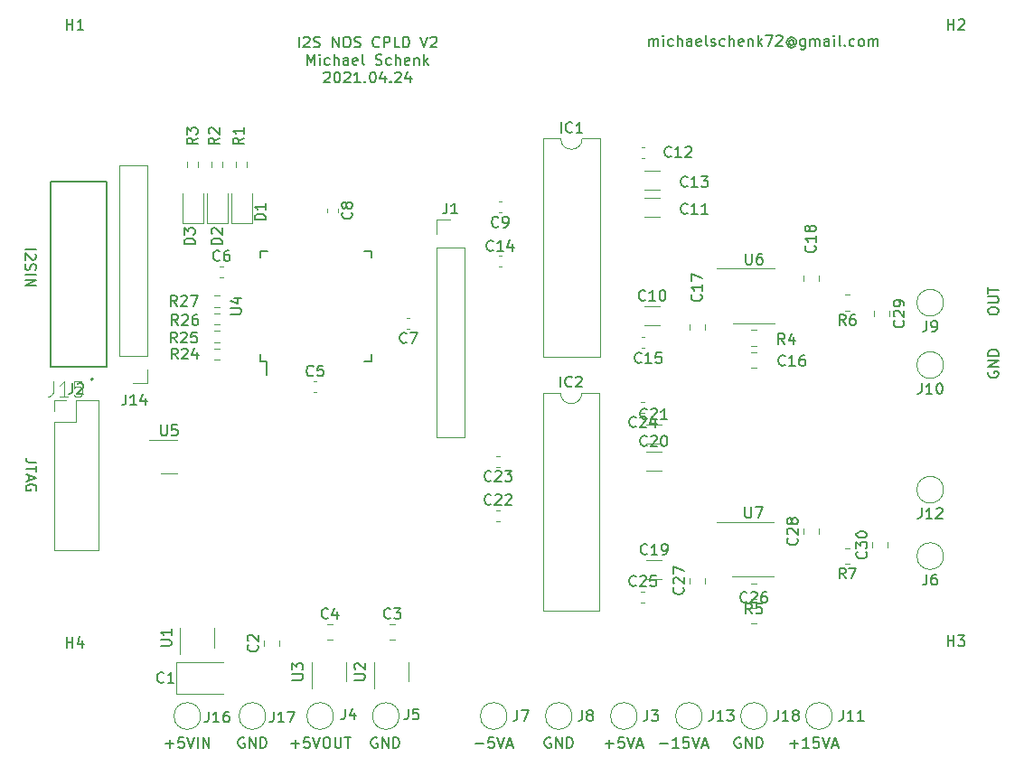
<source format=gbr>
G04 #@! TF.GenerationSoftware,KiCad,Pcbnew,(5.1.9-0-10_14)*
G04 #@! TF.CreationDate,2021-04-25T13:48:21+02:00*
G04 #@! TF.ProjectId,dac-i2s-nos,6461632d-6932-4732-9d6e-6f732e6b6963,rev?*
G04 #@! TF.SameCoordinates,Original*
G04 #@! TF.FileFunction,Legend,Top*
G04 #@! TF.FilePolarity,Positive*
%FSLAX46Y46*%
G04 Gerber Fmt 4.6, Leading zero omitted, Abs format (unit mm)*
G04 Created by KiCad (PCBNEW (5.1.9-0-10_14)) date 2021-04-25 13:48:21*
%MOMM*%
%LPD*%
G01*
G04 APERTURE LIST*
%ADD10C,0.150000*%
%ADD11C,0.120000*%
%ADD12C,0.127000*%
%ADD13C,0.200000*%
%ADD14C,0.015000*%
G04 APERTURE END LIST*
D10*
X110085119Y-98401333D02*
X109370833Y-98401333D01*
X109227976Y-98353714D01*
X109132738Y-98258476D01*
X109085119Y-98115619D01*
X109085119Y-98020380D01*
X110085119Y-98734666D02*
X110085119Y-99306095D01*
X109085119Y-99020380D02*
X110085119Y-99020380D01*
X109370833Y-99591809D02*
X109370833Y-100068000D01*
X109085119Y-99496571D02*
X110085119Y-99829904D01*
X109085119Y-100163238D01*
X110037500Y-101020380D02*
X110085119Y-100925142D01*
X110085119Y-100782285D01*
X110037500Y-100639428D01*
X109942261Y-100544190D01*
X109847023Y-100496571D01*
X109656547Y-100448952D01*
X109513690Y-100448952D01*
X109323214Y-100496571D01*
X109227976Y-100544190D01*
X109132738Y-100639428D01*
X109085119Y-100782285D01*
X109085119Y-100877523D01*
X109132738Y-101020380D01*
X109180357Y-101068000D01*
X109513690Y-101068000D01*
X109513690Y-100877523D01*
X199223380Y-84312000D02*
X199223380Y-84121523D01*
X199271000Y-84026285D01*
X199366238Y-83931047D01*
X199556714Y-83883428D01*
X199890047Y-83883428D01*
X200080523Y-83931047D01*
X200175761Y-84026285D01*
X200223380Y-84121523D01*
X200223380Y-84312000D01*
X200175761Y-84407238D01*
X200080523Y-84502476D01*
X199890047Y-84550095D01*
X199556714Y-84550095D01*
X199366238Y-84502476D01*
X199271000Y-84407238D01*
X199223380Y-84312000D01*
X199223380Y-83454857D02*
X200032904Y-83454857D01*
X200128142Y-83407238D01*
X200175761Y-83359619D01*
X200223380Y-83264380D01*
X200223380Y-83073904D01*
X200175761Y-82978666D01*
X200128142Y-82931047D01*
X200032904Y-82883428D01*
X199223380Y-82883428D01*
X199223380Y-82550095D02*
X199223380Y-81978666D01*
X200223380Y-82264380D02*
X199223380Y-82264380D01*
X199271000Y-89915904D02*
X199223380Y-90011142D01*
X199223380Y-90154000D01*
X199271000Y-90296857D01*
X199366238Y-90392095D01*
X199461476Y-90439714D01*
X199651952Y-90487333D01*
X199794809Y-90487333D01*
X199985285Y-90439714D01*
X200080523Y-90392095D01*
X200175761Y-90296857D01*
X200223380Y-90154000D01*
X200223380Y-90058761D01*
X200175761Y-89915904D01*
X200128142Y-89868285D01*
X199794809Y-89868285D01*
X199794809Y-90058761D01*
X200223380Y-89439714D02*
X199223380Y-89439714D01*
X200223380Y-88868285D01*
X199223380Y-88868285D01*
X200223380Y-88392095D02*
X199223380Y-88392095D01*
X199223380Y-88154000D01*
X199271000Y-88011142D01*
X199366238Y-87915904D01*
X199461476Y-87868285D01*
X199651952Y-87820666D01*
X199794809Y-87820666D01*
X199985285Y-87868285D01*
X200080523Y-87915904D01*
X200175761Y-88011142D01*
X200223380Y-88154000D01*
X200223380Y-88392095D01*
X180689523Y-124785428D02*
X181451428Y-124785428D01*
X181070476Y-125166380D02*
X181070476Y-124404476D01*
X182451428Y-125166380D02*
X181880000Y-125166380D01*
X182165714Y-125166380D02*
X182165714Y-124166380D01*
X182070476Y-124309238D01*
X181975238Y-124404476D01*
X181880000Y-124452095D01*
X183356190Y-124166380D02*
X182880000Y-124166380D01*
X182832380Y-124642571D01*
X182880000Y-124594952D01*
X182975238Y-124547333D01*
X183213333Y-124547333D01*
X183308571Y-124594952D01*
X183356190Y-124642571D01*
X183403809Y-124737809D01*
X183403809Y-124975904D01*
X183356190Y-125071142D01*
X183308571Y-125118761D01*
X183213333Y-125166380D01*
X182975238Y-125166380D01*
X182880000Y-125118761D01*
X182832380Y-125071142D01*
X183689523Y-124166380D02*
X184022857Y-125166380D01*
X184356190Y-124166380D01*
X184641904Y-124880666D02*
X185118095Y-124880666D01*
X184546666Y-125166380D02*
X184880000Y-124166380D01*
X185213333Y-125166380D01*
X168497523Y-124785428D02*
X169259428Y-124785428D01*
X170259428Y-125166380D02*
X169688000Y-125166380D01*
X169973714Y-125166380D02*
X169973714Y-124166380D01*
X169878476Y-124309238D01*
X169783238Y-124404476D01*
X169688000Y-124452095D01*
X171164190Y-124166380D02*
X170688000Y-124166380D01*
X170640380Y-124642571D01*
X170688000Y-124594952D01*
X170783238Y-124547333D01*
X171021333Y-124547333D01*
X171116571Y-124594952D01*
X171164190Y-124642571D01*
X171211809Y-124737809D01*
X171211809Y-124975904D01*
X171164190Y-125071142D01*
X171116571Y-125118761D01*
X171021333Y-125166380D01*
X170783238Y-125166380D01*
X170688000Y-125118761D01*
X170640380Y-125071142D01*
X171497523Y-124166380D02*
X171830857Y-125166380D01*
X172164190Y-124166380D01*
X172449904Y-124880666D02*
X172926095Y-124880666D01*
X172354666Y-125166380D02*
X172688000Y-124166380D01*
X173021333Y-125166380D01*
X176022095Y-124214000D02*
X175926857Y-124166380D01*
X175784000Y-124166380D01*
X175641142Y-124214000D01*
X175545904Y-124309238D01*
X175498285Y-124404476D01*
X175450666Y-124594952D01*
X175450666Y-124737809D01*
X175498285Y-124928285D01*
X175545904Y-125023523D01*
X175641142Y-125118761D01*
X175784000Y-125166380D01*
X175879238Y-125166380D01*
X176022095Y-125118761D01*
X176069714Y-125071142D01*
X176069714Y-124737809D01*
X175879238Y-124737809D01*
X176498285Y-125166380D02*
X176498285Y-124166380D01*
X177069714Y-125166380D01*
X177069714Y-124166380D01*
X177545904Y-125166380D02*
X177545904Y-124166380D01*
X177784000Y-124166380D01*
X177926857Y-124214000D01*
X178022095Y-124309238D01*
X178069714Y-124404476D01*
X178117333Y-124594952D01*
X178117333Y-124737809D01*
X178069714Y-124928285D01*
X178022095Y-125023523D01*
X177926857Y-125118761D01*
X177784000Y-125166380D01*
X177545904Y-125166380D01*
X163385714Y-124785428D02*
X164147619Y-124785428D01*
X163766666Y-125166380D02*
X163766666Y-124404476D01*
X165100000Y-124166380D02*
X164623809Y-124166380D01*
X164576190Y-124642571D01*
X164623809Y-124594952D01*
X164719047Y-124547333D01*
X164957142Y-124547333D01*
X165052380Y-124594952D01*
X165100000Y-124642571D01*
X165147619Y-124737809D01*
X165147619Y-124975904D01*
X165100000Y-125071142D01*
X165052380Y-125118761D01*
X164957142Y-125166380D01*
X164719047Y-125166380D01*
X164623809Y-125118761D01*
X164576190Y-125071142D01*
X165433333Y-124166380D02*
X165766666Y-125166380D01*
X166100000Y-124166380D01*
X166385714Y-124880666D02*
X166861904Y-124880666D01*
X166290476Y-125166380D02*
X166623809Y-124166380D01*
X166957142Y-125166380D01*
X158242095Y-124214000D02*
X158146857Y-124166380D01*
X158004000Y-124166380D01*
X157861142Y-124214000D01*
X157765904Y-124309238D01*
X157718285Y-124404476D01*
X157670666Y-124594952D01*
X157670666Y-124737809D01*
X157718285Y-124928285D01*
X157765904Y-125023523D01*
X157861142Y-125118761D01*
X158004000Y-125166380D01*
X158099238Y-125166380D01*
X158242095Y-125118761D01*
X158289714Y-125071142D01*
X158289714Y-124737809D01*
X158099238Y-124737809D01*
X158718285Y-125166380D02*
X158718285Y-124166380D01*
X159289714Y-125166380D01*
X159289714Y-124166380D01*
X159765904Y-125166380D02*
X159765904Y-124166380D01*
X160004000Y-124166380D01*
X160146857Y-124214000D01*
X160242095Y-124309238D01*
X160289714Y-124404476D01*
X160337333Y-124594952D01*
X160337333Y-124737809D01*
X160289714Y-124928285D01*
X160242095Y-125023523D01*
X160146857Y-125118761D01*
X160004000Y-125166380D01*
X159765904Y-125166380D01*
X151193714Y-124785428D02*
X151955619Y-124785428D01*
X152908000Y-124166380D02*
X152431809Y-124166380D01*
X152384190Y-124642571D01*
X152431809Y-124594952D01*
X152527047Y-124547333D01*
X152765142Y-124547333D01*
X152860380Y-124594952D01*
X152908000Y-124642571D01*
X152955619Y-124737809D01*
X152955619Y-124975904D01*
X152908000Y-125071142D01*
X152860380Y-125118761D01*
X152765142Y-125166380D01*
X152527047Y-125166380D01*
X152431809Y-125118761D01*
X152384190Y-125071142D01*
X153241333Y-124166380D02*
X153574666Y-125166380D01*
X153908000Y-124166380D01*
X154193714Y-124880666D02*
X154669904Y-124880666D01*
X154098476Y-125166380D02*
X154431809Y-124166380D01*
X154765142Y-125166380D01*
X109021619Y-78422714D02*
X110021619Y-78422714D01*
X109926380Y-78851285D02*
X109974000Y-78898904D01*
X110021619Y-78994142D01*
X110021619Y-79232238D01*
X109974000Y-79327476D01*
X109926380Y-79375095D01*
X109831142Y-79422714D01*
X109735904Y-79422714D01*
X109593047Y-79375095D01*
X109021619Y-78803666D01*
X109021619Y-79422714D01*
X109069238Y-79803666D02*
X109021619Y-79946523D01*
X109021619Y-80184619D01*
X109069238Y-80279857D01*
X109116857Y-80327476D01*
X109212095Y-80375095D01*
X109307333Y-80375095D01*
X109402571Y-80327476D01*
X109450190Y-80279857D01*
X109497809Y-80184619D01*
X109545428Y-79994142D01*
X109593047Y-79898904D01*
X109640666Y-79851285D01*
X109735904Y-79803666D01*
X109831142Y-79803666D01*
X109926380Y-79851285D01*
X109974000Y-79898904D01*
X110021619Y-79994142D01*
X110021619Y-80232238D01*
X109974000Y-80375095D01*
X109021619Y-80803666D02*
X110021619Y-80803666D01*
X109021619Y-81279857D02*
X110021619Y-81279857D01*
X109021619Y-81851285D01*
X110021619Y-81851285D01*
X133937714Y-124785428D02*
X134699619Y-124785428D01*
X134318666Y-125166380D02*
X134318666Y-124404476D01*
X135652000Y-124166380D02*
X135175809Y-124166380D01*
X135128190Y-124642571D01*
X135175809Y-124594952D01*
X135271047Y-124547333D01*
X135509142Y-124547333D01*
X135604380Y-124594952D01*
X135652000Y-124642571D01*
X135699619Y-124737809D01*
X135699619Y-124975904D01*
X135652000Y-125071142D01*
X135604380Y-125118761D01*
X135509142Y-125166380D01*
X135271047Y-125166380D01*
X135175809Y-125118761D01*
X135128190Y-125071142D01*
X135985333Y-124166380D02*
X136318666Y-125166380D01*
X136652000Y-124166380D01*
X137175809Y-124166380D02*
X137366285Y-124166380D01*
X137461523Y-124214000D01*
X137556761Y-124309238D01*
X137604380Y-124499714D01*
X137604380Y-124833047D01*
X137556761Y-125023523D01*
X137461523Y-125118761D01*
X137366285Y-125166380D01*
X137175809Y-125166380D01*
X137080571Y-125118761D01*
X136985333Y-125023523D01*
X136937714Y-124833047D01*
X136937714Y-124499714D01*
X136985333Y-124309238D01*
X137080571Y-124214000D01*
X137175809Y-124166380D01*
X138032952Y-124166380D02*
X138032952Y-124975904D01*
X138080571Y-125071142D01*
X138128190Y-125118761D01*
X138223428Y-125166380D01*
X138413904Y-125166380D01*
X138509142Y-125118761D01*
X138556761Y-125071142D01*
X138604380Y-124975904D01*
X138604380Y-124166380D01*
X138937714Y-124166380D02*
X139509142Y-124166380D01*
X139223428Y-125166380D02*
X139223428Y-124166380D01*
X122158380Y-124785428D02*
X122920285Y-124785428D01*
X122539333Y-125166380D02*
X122539333Y-124404476D01*
X123872666Y-124166380D02*
X123396476Y-124166380D01*
X123348857Y-124642571D01*
X123396476Y-124594952D01*
X123491714Y-124547333D01*
X123729809Y-124547333D01*
X123825047Y-124594952D01*
X123872666Y-124642571D01*
X123920285Y-124737809D01*
X123920285Y-124975904D01*
X123872666Y-125071142D01*
X123825047Y-125118761D01*
X123729809Y-125166380D01*
X123491714Y-125166380D01*
X123396476Y-125118761D01*
X123348857Y-125071142D01*
X124206000Y-124166380D02*
X124539333Y-125166380D01*
X124872666Y-124166380D01*
X125206000Y-125166380D02*
X125206000Y-124166380D01*
X125682190Y-125166380D02*
X125682190Y-124166380D01*
X126253619Y-125166380D01*
X126253619Y-124166380D01*
X141986095Y-124214000D02*
X141890857Y-124166380D01*
X141748000Y-124166380D01*
X141605142Y-124214000D01*
X141509904Y-124309238D01*
X141462285Y-124404476D01*
X141414666Y-124594952D01*
X141414666Y-124737809D01*
X141462285Y-124928285D01*
X141509904Y-125023523D01*
X141605142Y-125118761D01*
X141748000Y-125166380D01*
X141843238Y-125166380D01*
X141986095Y-125118761D01*
X142033714Y-125071142D01*
X142033714Y-124737809D01*
X141843238Y-124737809D01*
X142462285Y-125166380D02*
X142462285Y-124166380D01*
X143033714Y-125166380D01*
X143033714Y-124166380D01*
X143509904Y-125166380D02*
X143509904Y-124166380D01*
X143748000Y-124166380D01*
X143890857Y-124214000D01*
X143986095Y-124309238D01*
X144033714Y-124404476D01*
X144081333Y-124594952D01*
X144081333Y-124737809D01*
X144033714Y-124928285D01*
X143986095Y-125023523D01*
X143890857Y-125118761D01*
X143748000Y-125166380D01*
X143509904Y-125166380D01*
X129540095Y-124214000D02*
X129444857Y-124166380D01*
X129302000Y-124166380D01*
X129159142Y-124214000D01*
X129063904Y-124309238D01*
X129016285Y-124404476D01*
X128968666Y-124594952D01*
X128968666Y-124737809D01*
X129016285Y-124928285D01*
X129063904Y-125023523D01*
X129159142Y-125118761D01*
X129302000Y-125166380D01*
X129397238Y-125166380D01*
X129540095Y-125118761D01*
X129587714Y-125071142D01*
X129587714Y-124737809D01*
X129397238Y-124737809D01*
X130016285Y-125166380D02*
X130016285Y-124166380D01*
X130587714Y-125166380D01*
X130587714Y-124166380D01*
X131063904Y-125166380D02*
X131063904Y-124166380D01*
X131302000Y-124166380D01*
X131444857Y-124214000D01*
X131540095Y-124309238D01*
X131587714Y-124404476D01*
X131635333Y-124594952D01*
X131635333Y-124737809D01*
X131587714Y-124928285D01*
X131540095Y-125023523D01*
X131444857Y-125118761D01*
X131302000Y-125166380D01*
X131063904Y-125166380D01*
X167466714Y-59380380D02*
X167466714Y-58713714D01*
X167466714Y-58808952D02*
X167514333Y-58761333D01*
X167609571Y-58713714D01*
X167752428Y-58713714D01*
X167847666Y-58761333D01*
X167895285Y-58856571D01*
X167895285Y-59380380D01*
X167895285Y-58856571D02*
X167942904Y-58761333D01*
X168038142Y-58713714D01*
X168181000Y-58713714D01*
X168276238Y-58761333D01*
X168323857Y-58856571D01*
X168323857Y-59380380D01*
X168800047Y-59380380D02*
X168800047Y-58713714D01*
X168800047Y-58380380D02*
X168752428Y-58428000D01*
X168800047Y-58475619D01*
X168847666Y-58428000D01*
X168800047Y-58380380D01*
X168800047Y-58475619D01*
X169704809Y-59332761D02*
X169609571Y-59380380D01*
X169419095Y-59380380D01*
X169323857Y-59332761D01*
X169276238Y-59285142D01*
X169228619Y-59189904D01*
X169228619Y-58904190D01*
X169276238Y-58808952D01*
X169323857Y-58761333D01*
X169419095Y-58713714D01*
X169609571Y-58713714D01*
X169704809Y-58761333D01*
X170133380Y-59380380D02*
X170133380Y-58380380D01*
X170561952Y-59380380D02*
X170561952Y-58856571D01*
X170514333Y-58761333D01*
X170419095Y-58713714D01*
X170276238Y-58713714D01*
X170181000Y-58761333D01*
X170133380Y-58808952D01*
X171466714Y-59380380D02*
X171466714Y-58856571D01*
X171419095Y-58761333D01*
X171323857Y-58713714D01*
X171133380Y-58713714D01*
X171038142Y-58761333D01*
X171466714Y-59332761D02*
X171371476Y-59380380D01*
X171133380Y-59380380D01*
X171038142Y-59332761D01*
X170990523Y-59237523D01*
X170990523Y-59142285D01*
X171038142Y-59047047D01*
X171133380Y-58999428D01*
X171371476Y-58999428D01*
X171466714Y-58951809D01*
X172323857Y-59332761D02*
X172228619Y-59380380D01*
X172038142Y-59380380D01*
X171942904Y-59332761D01*
X171895285Y-59237523D01*
X171895285Y-58856571D01*
X171942904Y-58761333D01*
X172038142Y-58713714D01*
X172228619Y-58713714D01*
X172323857Y-58761333D01*
X172371476Y-58856571D01*
X172371476Y-58951809D01*
X171895285Y-59047047D01*
X172942904Y-59380380D02*
X172847666Y-59332761D01*
X172800047Y-59237523D01*
X172800047Y-58380380D01*
X173276238Y-59332761D02*
X173371476Y-59380380D01*
X173561952Y-59380380D01*
X173657190Y-59332761D01*
X173704809Y-59237523D01*
X173704809Y-59189904D01*
X173657190Y-59094666D01*
X173561952Y-59047047D01*
X173419095Y-59047047D01*
X173323857Y-58999428D01*
X173276238Y-58904190D01*
X173276238Y-58856571D01*
X173323857Y-58761333D01*
X173419095Y-58713714D01*
X173561952Y-58713714D01*
X173657190Y-58761333D01*
X174561952Y-59332761D02*
X174466714Y-59380380D01*
X174276238Y-59380380D01*
X174181000Y-59332761D01*
X174133380Y-59285142D01*
X174085761Y-59189904D01*
X174085761Y-58904190D01*
X174133380Y-58808952D01*
X174181000Y-58761333D01*
X174276238Y-58713714D01*
X174466714Y-58713714D01*
X174561952Y-58761333D01*
X174990523Y-59380380D02*
X174990523Y-58380380D01*
X175419095Y-59380380D02*
X175419095Y-58856571D01*
X175371476Y-58761333D01*
X175276238Y-58713714D01*
X175133380Y-58713714D01*
X175038142Y-58761333D01*
X174990523Y-58808952D01*
X176276238Y-59332761D02*
X176181000Y-59380380D01*
X175990523Y-59380380D01*
X175895285Y-59332761D01*
X175847666Y-59237523D01*
X175847666Y-58856571D01*
X175895285Y-58761333D01*
X175990523Y-58713714D01*
X176181000Y-58713714D01*
X176276238Y-58761333D01*
X176323857Y-58856571D01*
X176323857Y-58951809D01*
X175847666Y-59047047D01*
X176752428Y-58713714D02*
X176752428Y-59380380D01*
X176752428Y-58808952D02*
X176800047Y-58761333D01*
X176895285Y-58713714D01*
X177038142Y-58713714D01*
X177133380Y-58761333D01*
X177181000Y-58856571D01*
X177181000Y-59380380D01*
X177657190Y-59380380D02*
X177657190Y-58380380D01*
X177752428Y-58999428D02*
X178038142Y-59380380D01*
X178038142Y-58713714D02*
X177657190Y-59094666D01*
X178371476Y-58380380D02*
X179038142Y-58380380D01*
X178609571Y-59380380D01*
X179371476Y-58475619D02*
X179419095Y-58428000D01*
X179514333Y-58380380D01*
X179752428Y-58380380D01*
X179847666Y-58428000D01*
X179895285Y-58475619D01*
X179942904Y-58570857D01*
X179942904Y-58666095D01*
X179895285Y-58808952D01*
X179323857Y-59380380D01*
X179942904Y-59380380D01*
X180990523Y-58904190D02*
X180942904Y-58856571D01*
X180847666Y-58808952D01*
X180752428Y-58808952D01*
X180657190Y-58856571D01*
X180609571Y-58904190D01*
X180561952Y-58999428D01*
X180561952Y-59094666D01*
X180609571Y-59189904D01*
X180657190Y-59237523D01*
X180752428Y-59285142D01*
X180847666Y-59285142D01*
X180942904Y-59237523D01*
X180990523Y-59189904D01*
X180990523Y-58808952D02*
X180990523Y-59189904D01*
X181038142Y-59237523D01*
X181085761Y-59237523D01*
X181181000Y-59189904D01*
X181228619Y-59094666D01*
X181228619Y-58856571D01*
X181133380Y-58713714D01*
X180990523Y-58618476D01*
X180800047Y-58570857D01*
X180609571Y-58618476D01*
X180466714Y-58713714D01*
X180371476Y-58856571D01*
X180323857Y-59047047D01*
X180371476Y-59237523D01*
X180466714Y-59380380D01*
X180609571Y-59475619D01*
X180800047Y-59523238D01*
X180990523Y-59475619D01*
X181133380Y-59380380D01*
X182085761Y-58713714D02*
X182085761Y-59523238D01*
X182038142Y-59618476D01*
X181990523Y-59666095D01*
X181895285Y-59713714D01*
X181752428Y-59713714D01*
X181657190Y-59666095D01*
X182085761Y-59332761D02*
X181990523Y-59380380D01*
X181800047Y-59380380D01*
X181704809Y-59332761D01*
X181657190Y-59285142D01*
X181609571Y-59189904D01*
X181609571Y-58904190D01*
X181657190Y-58808952D01*
X181704809Y-58761333D01*
X181800047Y-58713714D01*
X181990523Y-58713714D01*
X182085761Y-58761333D01*
X182561952Y-59380380D02*
X182561952Y-58713714D01*
X182561952Y-58808952D02*
X182609571Y-58761333D01*
X182704809Y-58713714D01*
X182847666Y-58713714D01*
X182942904Y-58761333D01*
X182990523Y-58856571D01*
X182990523Y-59380380D01*
X182990523Y-58856571D02*
X183038142Y-58761333D01*
X183133380Y-58713714D01*
X183276238Y-58713714D01*
X183371476Y-58761333D01*
X183419095Y-58856571D01*
X183419095Y-59380380D01*
X184323857Y-59380380D02*
X184323857Y-58856571D01*
X184276238Y-58761333D01*
X184181000Y-58713714D01*
X183990523Y-58713714D01*
X183895285Y-58761333D01*
X184323857Y-59332761D02*
X184228619Y-59380380D01*
X183990523Y-59380380D01*
X183895285Y-59332761D01*
X183847666Y-59237523D01*
X183847666Y-59142285D01*
X183895285Y-59047047D01*
X183990523Y-58999428D01*
X184228619Y-58999428D01*
X184323857Y-58951809D01*
X184800047Y-59380380D02*
X184800047Y-58713714D01*
X184800047Y-58380380D02*
X184752428Y-58428000D01*
X184800047Y-58475619D01*
X184847666Y-58428000D01*
X184800047Y-58380380D01*
X184800047Y-58475619D01*
X185419095Y-59380380D02*
X185323857Y-59332761D01*
X185276238Y-59237523D01*
X185276238Y-58380380D01*
X185800047Y-59285142D02*
X185847666Y-59332761D01*
X185800047Y-59380380D01*
X185752428Y-59332761D01*
X185800047Y-59285142D01*
X185800047Y-59380380D01*
X186704809Y-59332761D02*
X186609571Y-59380380D01*
X186419095Y-59380380D01*
X186323857Y-59332761D01*
X186276238Y-59285142D01*
X186228619Y-59189904D01*
X186228619Y-58904190D01*
X186276238Y-58808952D01*
X186323857Y-58761333D01*
X186419095Y-58713714D01*
X186609571Y-58713714D01*
X186704809Y-58761333D01*
X187276238Y-59380380D02*
X187181000Y-59332761D01*
X187133380Y-59285142D01*
X187085761Y-59189904D01*
X187085761Y-58904190D01*
X187133380Y-58808952D01*
X187181000Y-58761333D01*
X187276238Y-58713714D01*
X187419095Y-58713714D01*
X187514333Y-58761333D01*
X187561952Y-58808952D01*
X187609571Y-58904190D01*
X187609571Y-59189904D01*
X187561952Y-59285142D01*
X187514333Y-59332761D01*
X187419095Y-59380380D01*
X187276238Y-59380380D01*
X188038142Y-59380380D02*
X188038142Y-58713714D01*
X188038142Y-58808952D02*
X188085761Y-58761333D01*
X188181000Y-58713714D01*
X188323857Y-58713714D01*
X188419095Y-58761333D01*
X188466714Y-58856571D01*
X188466714Y-59380380D01*
X188466714Y-58856571D02*
X188514333Y-58761333D01*
X188609571Y-58713714D01*
X188752428Y-58713714D01*
X188847666Y-58761333D01*
X188895285Y-58856571D01*
X188895285Y-59380380D01*
X134668428Y-59508380D02*
X134668428Y-58508380D01*
X135097000Y-58603619D02*
X135144619Y-58556000D01*
X135239857Y-58508380D01*
X135477952Y-58508380D01*
X135573190Y-58556000D01*
X135620809Y-58603619D01*
X135668428Y-58698857D01*
X135668428Y-58794095D01*
X135620809Y-58936952D01*
X135049380Y-59508380D01*
X135668428Y-59508380D01*
X136049380Y-59460761D02*
X136192238Y-59508380D01*
X136430333Y-59508380D01*
X136525571Y-59460761D01*
X136573190Y-59413142D01*
X136620809Y-59317904D01*
X136620809Y-59222666D01*
X136573190Y-59127428D01*
X136525571Y-59079809D01*
X136430333Y-59032190D01*
X136239857Y-58984571D01*
X136144619Y-58936952D01*
X136097000Y-58889333D01*
X136049380Y-58794095D01*
X136049380Y-58698857D01*
X136097000Y-58603619D01*
X136144619Y-58556000D01*
X136239857Y-58508380D01*
X136477952Y-58508380D01*
X136620809Y-58556000D01*
X137811285Y-59508380D02*
X137811285Y-58508380D01*
X138382714Y-59508380D01*
X138382714Y-58508380D01*
X139049380Y-58508380D02*
X139239857Y-58508380D01*
X139335095Y-58556000D01*
X139430333Y-58651238D01*
X139477952Y-58841714D01*
X139477952Y-59175047D01*
X139430333Y-59365523D01*
X139335095Y-59460761D01*
X139239857Y-59508380D01*
X139049380Y-59508380D01*
X138954142Y-59460761D01*
X138858904Y-59365523D01*
X138811285Y-59175047D01*
X138811285Y-58841714D01*
X138858904Y-58651238D01*
X138954142Y-58556000D01*
X139049380Y-58508380D01*
X139858904Y-59460761D02*
X140001761Y-59508380D01*
X140239857Y-59508380D01*
X140335095Y-59460761D01*
X140382714Y-59413142D01*
X140430333Y-59317904D01*
X140430333Y-59222666D01*
X140382714Y-59127428D01*
X140335095Y-59079809D01*
X140239857Y-59032190D01*
X140049380Y-58984571D01*
X139954142Y-58936952D01*
X139906523Y-58889333D01*
X139858904Y-58794095D01*
X139858904Y-58698857D01*
X139906523Y-58603619D01*
X139954142Y-58556000D01*
X140049380Y-58508380D01*
X140287476Y-58508380D01*
X140430333Y-58556000D01*
X142192238Y-59413142D02*
X142144619Y-59460761D01*
X142001761Y-59508380D01*
X141906523Y-59508380D01*
X141763666Y-59460761D01*
X141668428Y-59365523D01*
X141620809Y-59270285D01*
X141573190Y-59079809D01*
X141573190Y-58936952D01*
X141620809Y-58746476D01*
X141668428Y-58651238D01*
X141763666Y-58556000D01*
X141906523Y-58508380D01*
X142001761Y-58508380D01*
X142144619Y-58556000D01*
X142192238Y-58603619D01*
X142620809Y-59508380D02*
X142620809Y-58508380D01*
X143001761Y-58508380D01*
X143097000Y-58556000D01*
X143144619Y-58603619D01*
X143192238Y-58698857D01*
X143192238Y-58841714D01*
X143144619Y-58936952D01*
X143097000Y-58984571D01*
X143001761Y-59032190D01*
X142620809Y-59032190D01*
X144097000Y-59508380D02*
X143620809Y-59508380D01*
X143620809Y-58508380D01*
X144430333Y-59508380D02*
X144430333Y-58508380D01*
X144668428Y-58508380D01*
X144811285Y-58556000D01*
X144906523Y-58651238D01*
X144954142Y-58746476D01*
X145001761Y-58936952D01*
X145001761Y-59079809D01*
X144954142Y-59270285D01*
X144906523Y-59365523D01*
X144811285Y-59460761D01*
X144668428Y-59508380D01*
X144430333Y-59508380D01*
X146049380Y-58508380D02*
X146382714Y-59508380D01*
X146716047Y-58508380D01*
X147001761Y-58603619D02*
X147049380Y-58556000D01*
X147144619Y-58508380D01*
X147382714Y-58508380D01*
X147477952Y-58556000D01*
X147525571Y-58603619D01*
X147573190Y-58698857D01*
X147573190Y-58794095D01*
X147525571Y-58936952D01*
X146954142Y-59508380D01*
X147573190Y-59508380D01*
X135477952Y-61158380D02*
X135477952Y-60158380D01*
X135811285Y-60872666D01*
X136144619Y-60158380D01*
X136144619Y-61158380D01*
X136620809Y-61158380D02*
X136620809Y-60491714D01*
X136620809Y-60158380D02*
X136573190Y-60206000D01*
X136620809Y-60253619D01*
X136668428Y-60206000D01*
X136620809Y-60158380D01*
X136620809Y-60253619D01*
X137525571Y-61110761D02*
X137430333Y-61158380D01*
X137239857Y-61158380D01*
X137144619Y-61110761D01*
X137097000Y-61063142D01*
X137049380Y-60967904D01*
X137049380Y-60682190D01*
X137097000Y-60586952D01*
X137144619Y-60539333D01*
X137239857Y-60491714D01*
X137430333Y-60491714D01*
X137525571Y-60539333D01*
X137954142Y-61158380D02*
X137954142Y-60158380D01*
X138382714Y-61158380D02*
X138382714Y-60634571D01*
X138335095Y-60539333D01*
X138239857Y-60491714D01*
X138097000Y-60491714D01*
X138001761Y-60539333D01*
X137954142Y-60586952D01*
X139287476Y-61158380D02*
X139287476Y-60634571D01*
X139239857Y-60539333D01*
X139144619Y-60491714D01*
X138954142Y-60491714D01*
X138858904Y-60539333D01*
X139287476Y-61110761D02*
X139192238Y-61158380D01*
X138954142Y-61158380D01*
X138858904Y-61110761D01*
X138811285Y-61015523D01*
X138811285Y-60920285D01*
X138858904Y-60825047D01*
X138954142Y-60777428D01*
X139192238Y-60777428D01*
X139287476Y-60729809D01*
X140144619Y-61110761D02*
X140049380Y-61158380D01*
X139858904Y-61158380D01*
X139763666Y-61110761D01*
X139716047Y-61015523D01*
X139716047Y-60634571D01*
X139763666Y-60539333D01*
X139858904Y-60491714D01*
X140049380Y-60491714D01*
X140144619Y-60539333D01*
X140192238Y-60634571D01*
X140192238Y-60729809D01*
X139716047Y-60825047D01*
X140763666Y-61158380D02*
X140668428Y-61110761D01*
X140620809Y-61015523D01*
X140620809Y-60158380D01*
X141858904Y-61110761D02*
X142001761Y-61158380D01*
X142239857Y-61158380D01*
X142335095Y-61110761D01*
X142382714Y-61063142D01*
X142430333Y-60967904D01*
X142430333Y-60872666D01*
X142382714Y-60777428D01*
X142335095Y-60729809D01*
X142239857Y-60682190D01*
X142049380Y-60634571D01*
X141954142Y-60586952D01*
X141906523Y-60539333D01*
X141858904Y-60444095D01*
X141858904Y-60348857D01*
X141906523Y-60253619D01*
X141954142Y-60206000D01*
X142049380Y-60158380D01*
X142287476Y-60158380D01*
X142430333Y-60206000D01*
X143287476Y-61110761D02*
X143192238Y-61158380D01*
X143001761Y-61158380D01*
X142906523Y-61110761D01*
X142858904Y-61063142D01*
X142811285Y-60967904D01*
X142811285Y-60682190D01*
X142858904Y-60586952D01*
X142906523Y-60539333D01*
X143001761Y-60491714D01*
X143192238Y-60491714D01*
X143287476Y-60539333D01*
X143716047Y-61158380D02*
X143716047Y-60158380D01*
X144144619Y-61158380D02*
X144144619Y-60634571D01*
X144097000Y-60539333D01*
X144001761Y-60491714D01*
X143858904Y-60491714D01*
X143763666Y-60539333D01*
X143716047Y-60586952D01*
X145001761Y-61110761D02*
X144906523Y-61158380D01*
X144716047Y-61158380D01*
X144620809Y-61110761D01*
X144573190Y-61015523D01*
X144573190Y-60634571D01*
X144620809Y-60539333D01*
X144716047Y-60491714D01*
X144906523Y-60491714D01*
X145001761Y-60539333D01*
X145049380Y-60634571D01*
X145049380Y-60729809D01*
X144573190Y-60825047D01*
X145477952Y-60491714D02*
X145477952Y-61158380D01*
X145477952Y-60586952D02*
X145525571Y-60539333D01*
X145620809Y-60491714D01*
X145763666Y-60491714D01*
X145858904Y-60539333D01*
X145906523Y-60634571D01*
X145906523Y-61158380D01*
X146382714Y-61158380D02*
X146382714Y-60158380D01*
X146477952Y-60777428D02*
X146763666Y-61158380D01*
X146763666Y-60491714D02*
X146382714Y-60872666D01*
X137001761Y-61903619D02*
X137049380Y-61856000D01*
X137144619Y-61808380D01*
X137382714Y-61808380D01*
X137477952Y-61856000D01*
X137525571Y-61903619D01*
X137573190Y-61998857D01*
X137573190Y-62094095D01*
X137525571Y-62236952D01*
X136954142Y-62808380D01*
X137573190Y-62808380D01*
X138192238Y-61808380D02*
X138287476Y-61808380D01*
X138382714Y-61856000D01*
X138430333Y-61903619D01*
X138477952Y-61998857D01*
X138525571Y-62189333D01*
X138525571Y-62427428D01*
X138477952Y-62617904D01*
X138430333Y-62713142D01*
X138382714Y-62760761D01*
X138287476Y-62808380D01*
X138192238Y-62808380D01*
X138097000Y-62760761D01*
X138049380Y-62713142D01*
X138001761Y-62617904D01*
X137954142Y-62427428D01*
X137954142Y-62189333D01*
X138001761Y-61998857D01*
X138049380Y-61903619D01*
X138097000Y-61856000D01*
X138192238Y-61808380D01*
X138906523Y-61903619D02*
X138954142Y-61856000D01*
X139049380Y-61808380D01*
X139287476Y-61808380D01*
X139382714Y-61856000D01*
X139430333Y-61903619D01*
X139477952Y-61998857D01*
X139477952Y-62094095D01*
X139430333Y-62236952D01*
X138858904Y-62808380D01*
X139477952Y-62808380D01*
X140430333Y-62808380D02*
X139858904Y-62808380D01*
X140144619Y-62808380D02*
X140144619Y-61808380D01*
X140049380Y-61951238D01*
X139954142Y-62046476D01*
X139858904Y-62094095D01*
X140858904Y-62713142D02*
X140906523Y-62760761D01*
X140858904Y-62808380D01*
X140811285Y-62760761D01*
X140858904Y-62713142D01*
X140858904Y-62808380D01*
X141525571Y-61808380D02*
X141620809Y-61808380D01*
X141716047Y-61856000D01*
X141763666Y-61903619D01*
X141811285Y-61998857D01*
X141858904Y-62189333D01*
X141858904Y-62427428D01*
X141811285Y-62617904D01*
X141763666Y-62713142D01*
X141716047Y-62760761D01*
X141620809Y-62808380D01*
X141525571Y-62808380D01*
X141430333Y-62760761D01*
X141382714Y-62713142D01*
X141335095Y-62617904D01*
X141287476Y-62427428D01*
X141287476Y-62189333D01*
X141335095Y-61998857D01*
X141382714Y-61903619D01*
X141430333Y-61856000D01*
X141525571Y-61808380D01*
X142716047Y-62141714D02*
X142716047Y-62808380D01*
X142477952Y-61760761D02*
X142239857Y-62475047D01*
X142858904Y-62475047D01*
X143239857Y-62713142D02*
X143287476Y-62760761D01*
X143239857Y-62808380D01*
X143192238Y-62760761D01*
X143239857Y-62713142D01*
X143239857Y-62808380D01*
X143668428Y-61903619D02*
X143716047Y-61856000D01*
X143811285Y-61808380D01*
X144049380Y-61808380D01*
X144144619Y-61856000D01*
X144192238Y-61903619D01*
X144239857Y-61998857D01*
X144239857Y-62094095D01*
X144192238Y-62236952D01*
X143620809Y-62808380D01*
X144239857Y-62808380D01*
X145097000Y-62141714D02*
X145097000Y-62808380D01*
X144858904Y-61760761D02*
X144620809Y-62475047D01*
X145239857Y-62475047D01*
D11*
X122497000Y-99413500D02*
X123247000Y-99413500D01*
X122497000Y-99413500D02*
X121747000Y-99413500D01*
X122497000Y-96293500D02*
X123247000Y-96293500D01*
X122497000Y-96293500D02*
X120647000Y-96293500D01*
X111748000Y-106659000D02*
X115868000Y-106659000D01*
X111748000Y-94599000D02*
X111748000Y-106659000D01*
X115868000Y-92539000D02*
X115868000Y-106659000D01*
X111748000Y-94599000D02*
X113808000Y-94599000D01*
X113808000Y-94599000D02*
X113808000Y-92539000D01*
X113808000Y-92539000D02*
X115868000Y-92539000D01*
X111748000Y-93599000D02*
X111748000Y-92539000D01*
X111748000Y-92539000D02*
X112808000Y-92539000D01*
X186266064Y-107923000D02*
X185811936Y-107923000D01*
X186266064Y-106453000D02*
X185811936Y-106453000D01*
X186266064Y-84174000D02*
X185811936Y-84174000D01*
X186266064Y-82704000D02*
X185811936Y-82704000D01*
X188368000Y-106411752D02*
X188368000Y-105889248D01*
X189838000Y-106411752D02*
X189838000Y-105889248D01*
X189965000Y-84215248D02*
X189965000Y-84737752D01*
X188495000Y-84215248D02*
X188495000Y-84737752D01*
X147514000Y-75632000D02*
X148844000Y-75632000D01*
X147514000Y-76962000D02*
X147514000Y-75632000D01*
X147514000Y-78232000D02*
X150174000Y-78232000D01*
X150174000Y-78232000D02*
X150174000Y-96072000D01*
X147514000Y-78232000D02*
X147514000Y-96072000D01*
X147514000Y-96072000D02*
X150174000Y-96072000D01*
X177227000Y-109113000D02*
X179177000Y-109113000D01*
X177227000Y-109113000D02*
X175277000Y-109113000D01*
X177227000Y-103993000D02*
X179177000Y-103993000D01*
X177227000Y-103993000D02*
X173777000Y-103993000D01*
X177503064Y-111225000D02*
X177048936Y-111225000D01*
X177503064Y-109755000D02*
X177048936Y-109755000D01*
X195053000Y-100965000D02*
G75*
G03*
X195053000Y-100965000I-1251000J0D01*
G01*
X195053000Y-107188000D02*
G75*
G03*
X195053000Y-107188000I-1251000J0D01*
G01*
X159168000Y-91888000D02*
X157518000Y-91888000D01*
X157518000Y-91888000D02*
X157518000Y-112328000D01*
X157518000Y-112328000D02*
X162818000Y-112328000D01*
X162818000Y-112328000D02*
X162818000Y-91888000D01*
X162818000Y-91888000D02*
X161168000Y-91888000D01*
X161168000Y-91888000D02*
G75*
G02*
X159168000Y-91888000I-1000000J0D01*
G01*
X181891000Y-105141752D02*
X181891000Y-104619248D01*
X183361000Y-105141752D02*
X183361000Y-104619248D01*
X171223000Y-109756752D02*
X171223000Y-109234248D01*
X172693000Y-109756752D02*
X172693000Y-109234248D01*
X177009248Y-112041000D02*
X177531752Y-112041000D01*
X177009248Y-113511000D02*
X177531752Y-113511000D01*
X166731733Y-110488000D02*
X167024267Y-110488000D01*
X166731733Y-111508000D02*
X167024267Y-111508000D01*
X167024267Y-93728000D02*
X166731733Y-93728000D01*
X167024267Y-92708000D02*
X166731733Y-92708000D01*
X153461767Y-98808000D02*
X153169233Y-98808000D01*
X153461767Y-97788000D02*
X153169233Y-97788000D01*
X153169233Y-102868000D02*
X153461767Y-102868000D01*
X153169233Y-103888000D02*
X153461767Y-103888000D01*
X167182748Y-94848000D02*
X168605252Y-94848000D01*
X167182748Y-96668000D02*
X168605252Y-96668000D01*
X167182748Y-97388000D02*
X168605252Y-97388000D01*
X167182748Y-99208000D02*
X168605252Y-99208000D01*
X167221248Y-107548000D02*
X168643752Y-107548000D01*
X167221248Y-109368000D02*
X168643752Y-109368000D01*
X177290500Y-85364000D02*
X179240500Y-85364000D01*
X177290500Y-85364000D02*
X175340500Y-85364000D01*
X177290500Y-80244000D02*
X179240500Y-80244000D01*
X177290500Y-80244000D02*
X173840500Y-80244000D01*
X177503064Y-87476000D02*
X177048936Y-87476000D01*
X177503064Y-86006000D02*
X177048936Y-86006000D01*
X178543000Y-122174000D02*
G75*
G03*
X178543000Y-122174000I-1251000J0D01*
G01*
X172447000Y-122174000D02*
G75*
G03*
X172447000Y-122174000I-1251000J0D01*
G01*
X184639000Y-122174000D02*
G75*
G03*
X184639000Y-122174000I-1251000J0D01*
G01*
X195053000Y-89281000D02*
G75*
G03*
X195053000Y-89281000I-1251000J0D01*
G01*
X195053000Y-83439000D02*
G75*
G03*
X195053000Y-83439000I-1251000J0D01*
G01*
X181891000Y-81392752D02*
X181891000Y-80870248D01*
X183361000Y-81392752D02*
X183361000Y-80870248D01*
X171223000Y-86007752D02*
X171223000Y-85485248D01*
X172693000Y-86007752D02*
X172693000Y-85485248D01*
X177009248Y-88101500D02*
X177531752Y-88101500D01*
X177009248Y-89571500D02*
X177531752Y-89571500D01*
X160255000Y-122174000D02*
G75*
G03*
X160255000Y-122174000I-1251000J0D01*
G01*
X154159000Y-122174000D02*
G75*
G03*
X154159000Y-122174000I-1251000J0D01*
G01*
X166351000Y-122174000D02*
G75*
G03*
X166351000Y-122174000I-1251000J0D01*
G01*
X166768733Y-87695500D02*
X167061267Y-87695500D01*
X166768733Y-86675500D02*
X167061267Y-86675500D01*
X153359733Y-80075500D02*
X153652267Y-80075500D01*
X153359733Y-79055500D02*
X153652267Y-79055500D01*
X167061267Y-68895500D02*
X166768733Y-68895500D01*
X167061267Y-69915500D02*
X166768733Y-69915500D01*
X167030748Y-72855500D02*
X168453252Y-72855500D01*
X167030748Y-71035500D02*
X168453252Y-71035500D01*
X167030748Y-75395500D02*
X168453252Y-75395500D01*
X167030748Y-73575500D02*
X168453252Y-73575500D01*
X167030748Y-85555500D02*
X168453252Y-85555500D01*
X167030748Y-83735500D02*
X168453252Y-83735500D01*
X153652267Y-73975500D02*
X153359733Y-73975500D01*
X153652267Y-74995500D02*
X153359733Y-74995500D01*
X137301248Y-113565000D02*
X137823752Y-113565000D01*
X137301248Y-115035000D02*
X137823752Y-115035000D01*
X143143248Y-113565000D02*
X143665752Y-113565000D01*
X143143248Y-115035000D02*
X143665752Y-115035000D01*
X131345000Y-115598752D02*
X131345000Y-115076248D01*
X132815000Y-115598752D02*
X132815000Y-115076248D01*
X162842501Y-68063001D02*
X161192501Y-68063001D01*
X162842501Y-88503001D02*
X162842501Y-68063001D01*
X157542501Y-88503001D02*
X162842501Y-88503001D01*
X157542501Y-68063001D02*
X157542501Y-88503001D01*
X159192501Y-68063001D02*
X157542501Y-68063001D01*
X161192501Y-68063001D02*
G75*
G02*
X159192501Y-68063001I-1000000J0D01*
G01*
X125236500Y-70206776D02*
X125236500Y-70716224D01*
X124191500Y-70206776D02*
X124191500Y-70716224D01*
X127522500Y-70206776D02*
X127522500Y-70716224D01*
X126477500Y-70206776D02*
X126477500Y-70716224D01*
X129808500Y-70206776D02*
X129808500Y-70716224D01*
X128763500Y-70206776D02*
X128763500Y-70716224D01*
X123754000Y-73159000D02*
X123754000Y-76019000D01*
X123754000Y-76019000D02*
X125674000Y-76019000D01*
X125674000Y-76019000D02*
X125674000Y-73159000D01*
X126040000Y-73159000D02*
X126040000Y-76019000D01*
X126040000Y-76019000D02*
X127960000Y-76019000D01*
X127960000Y-76019000D02*
X127960000Y-73159000D01*
X128326000Y-73159000D02*
X128326000Y-76019000D01*
X128326000Y-76019000D02*
X130246000Y-76019000D01*
X130246000Y-76019000D02*
X130246000Y-73159000D01*
X137285000Y-74656733D02*
X137285000Y-74949267D01*
X138305000Y-74656733D02*
X138305000Y-74949267D01*
X145053267Y-84834000D02*
X144760733Y-84834000D01*
X145053267Y-85854000D02*
X144760733Y-85854000D01*
X127261233Y-81028000D02*
X127553767Y-81028000D01*
X127261233Y-80008000D02*
X127553767Y-80008000D01*
D10*
X131081000Y-88919000D02*
X131656000Y-88919000D01*
X131081000Y-78569000D02*
X131756000Y-78569000D01*
X141431000Y-78569000D02*
X140756000Y-78569000D01*
X141431000Y-88919000D02*
X140756000Y-88919000D01*
X131081000Y-88919000D02*
X131081000Y-88244000D01*
X141431000Y-88919000D02*
X141431000Y-88244000D01*
X141431000Y-78569000D02*
X141431000Y-79244000D01*
X131081000Y-78569000D02*
X131081000Y-79244000D01*
X131656000Y-88919000D02*
X131656000Y-90194000D01*
D11*
X139090000Y-118926000D02*
X139090000Y-117126000D01*
X135870000Y-117126000D02*
X135870000Y-119576000D01*
X144927000Y-118926000D02*
X144927000Y-117126000D01*
X141707000Y-117126000D02*
X141707000Y-119576000D01*
X126766000Y-115751000D02*
X126766000Y-113951000D01*
X123546000Y-113951000D02*
X123546000Y-116401000D01*
X136024233Y-90803000D02*
X136316767Y-90803000D01*
X136024233Y-91823000D02*
X136316767Y-91823000D01*
X127581000Y-117108000D02*
X123196000Y-117108000D01*
X123196000Y-117108000D02*
X123196000Y-120128000D01*
X123196000Y-120128000D02*
X127581000Y-120128000D01*
X126768776Y-82789500D02*
X127278224Y-82789500D01*
X126768776Y-83834500D02*
X127278224Y-83834500D01*
X126768776Y-84440500D02*
X127278224Y-84440500D01*
X126768776Y-85485500D02*
X127278224Y-85485500D01*
X126768776Y-86091500D02*
X127278224Y-86091500D01*
X126768776Y-87136500D02*
X127278224Y-87136500D01*
X126721776Y-87742500D02*
X127231224Y-87742500D01*
X126721776Y-88787500D02*
X127231224Y-88787500D01*
D12*
X116624000Y-89475000D02*
X111424000Y-89475000D01*
X116624000Y-72075000D02*
X116624000Y-89475000D01*
X111424000Y-72075000D02*
X116624000Y-72075000D01*
X111424000Y-89475000D02*
X111424000Y-72075000D01*
D13*
X115394000Y-90620000D02*
G75*
G03*
X115394000Y-90620000I-100000J0D01*
G01*
D11*
X120456000Y-70552000D02*
X117796000Y-70552000D01*
X120456000Y-88392000D02*
X120456000Y-70552000D01*
X117796000Y-88392000D02*
X117796000Y-70552000D01*
X120456000Y-88392000D02*
X117796000Y-88392000D01*
X120456000Y-89662000D02*
X120456000Y-90992000D01*
X120456000Y-90992000D02*
X119126000Y-90992000D01*
X131553000Y-122174000D02*
G75*
G03*
X131553000Y-122174000I-1251000J0D01*
G01*
X125457000Y-122174000D02*
G75*
G03*
X125457000Y-122174000I-1251000J0D01*
G01*
X144062500Y-122174000D02*
G75*
G03*
X144062500Y-122174000I-1251000J0D01*
G01*
X137903000Y-122174000D02*
G75*
G03*
X137903000Y-122174000I-1251000J0D01*
G01*
D10*
X121735095Y-94905880D02*
X121735095Y-95715404D01*
X121782714Y-95810642D01*
X121830333Y-95858261D01*
X121925571Y-95905880D01*
X122116047Y-95905880D01*
X122211285Y-95858261D01*
X122258904Y-95810642D01*
X122306523Y-95715404D01*
X122306523Y-94905880D01*
X123258904Y-94905880D02*
X122782714Y-94905880D01*
X122735095Y-95382071D01*
X122782714Y-95334452D01*
X122877952Y-95286833D01*
X123116047Y-95286833D01*
X123211285Y-95334452D01*
X123258904Y-95382071D01*
X123306523Y-95477309D01*
X123306523Y-95715404D01*
X123258904Y-95810642D01*
X123211285Y-95858261D01*
X123116047Y-95905880D01*
X122877952Y-95905880D01*
X122782714Y-95858261D01*
X122735095Y-95810642D01*
X113474666Y-90991380D02*
X113474666Y-91705666D01*
X113427047Y-91848523D01*
X113331809Y-91943761D01*
X113188952Y-91991380D01*
X113093714Y-91991380D01*
X113903238Y-91086619D02*
X113950857Y-91039000D01*
X114046095Y-90991380D01*
X114284190Y-90991380D01*
X114379428Y-91039000D01*
X114427047Y-91086619D01*
X114474666Y-91181857D01*
X114474666Y-91277095D01*
X114427047Y-91419952D01*
X113855619Y-91991380D01*
X114474666Y-91991380D01*
X185872333Y-109290380D02*
X185539000Y-108814190D01*
X185300904Y-109290380D02*
X185300904Y-108290380D01*
X185681857Y-108290380D01*
X185777095Y-108338000D01*
X185824714Y-108385619D01*
X185872333Y-108480857D01*
X185872333Y-108623714D01*
X185824714Y-108718952D01*
X185777095Y-108766571D01*
X185681857Y-108814190D01*
X185300904Y-108814190D01*
X186205666Y-108290380D02*
X186872333Y-108290380D01*
X186443761Y-109290380D01*
X185872333Y-85541380D02*
X185539000Y-85065190D01*
X185300904Y-85541380D02*
X185300904Y-84541380D01*
X185681857Y-84541380D01*
X185777095Y-84589000D01*
X185824714Y-84636619D01*
X185872333Y-84731857D01*
X185872333Y-84874714D01*
X185824714Y-84969952D01*
X185777095Y-85017571D01*
X185681857Y-85065190D01*
X185300904Y-85065190D01*
X186729476Y-84541380D02*
X186539000Y-84541380D01*
X186443761Y-84589000D01*
X186396142Y-84636619D01*
X186300904Y-84779476D01*
X186253285Y-84969952D01*
X186253285Y-85350904D01*
X186300904Y-85446142D01*
X186348523Y-85493761D01*
X186443761Y-85541380D01*
X186634238Y-85541380D01*
X186729476Y-85493761D01*
X186777095Y-85446142D01*
X186824714Y-85350904D01*
X186824714Y-85112809D01*
X186777095Y-85017571D01*
X186729476Y-84969952D01*
X186634238Y-84922333D01*
X186443761Y-84922333D01*
X186348523Y-84969952D01*
X186300904Y-85017571D01*
X186253285Y-85112809D01*
X187780142Y-106793357D02*
X187827761Y-106840976D01*
X187875380Y-106983833D01*
X187875380Y-107079071D01*
X187827761Y-107221928D01*
X187732523Y-107317166D01*
X187637285Y-107364785D01*
X187446809Y-107412404D01*
X187303952Y-107412404D01*
X187113476Y-107364785D01*
X187018238Y-107317166D01*
X186923000Y-107221928D01*
X186875380Y-107079071D01*
X186875380Y-106983833D01*
X186923000Y-106840976D01*
X186970619Y-106793357D01*
X186875380Y-106460023D02*
X186875380Y-105840976D01*
X187256333Y-106174309D01*
X187256333Y-106031452D01*
X187303952Y-105936214D01*
X187351571Y-105888595D01*
X187446809Y-105840976D01*
X187684904Y-105840976D01*
X187780142Y-105888595D01*
X187827761Y-105936214D01*
X187875380Y-106031452D01*
X187875380Y-106317166D01*
X187827761Y-106412404D01*
X187780142Y-106460023D01*
X186875380Y-105221928D02*
X186875380Y-105126690D01*
X186923000Y-105031452D01*
X186970619Y-104983833D01*
X187065857Y-104936214D01*
X187256333Y-104888595D01*
X187494428Y-104888595D01*
X187684904Y-104936214D01*
X187780142Y-104983833D01*
X187827761Y-105031452D01*
X187875380Y-105126690D01*
X187875380Y-105221928D01*
X187827761Y-105317166D01*
X187780142Y-105364785D01*
X187684904Y-105412404D01*
X187494428Y-105460023D01*
X187256333Y-105460023D01*
X187065857Y-105412404D01*
X186970619Y-105364785D01*
X186923000Y-105317166D01*
X186875380Y-105221928D01*
X191267142Y-85119357D02*
X191314761Y-85166976D01*
X191362380Y-85309833D01*
X191362380Y-85405071D01*
X191314761Y-85547928D01*
X191219523Y-85643166D01*
X191124285Y-85690785D01*
X190933809Y-85738404D01*
X190790952Y-85738404D01*
X190600476Y-85690785D01*
X190505238Y-85643166D01*
X190410000Y-85547928D01*
X190362380Y-85405071D01*
X190362380Y-85309833D01*
X190410000Y-85166976D01*
X190457619Y-85119357D01*
X190457619Y-84738404D02*
X190410000Y-84690785D01*
X190362380Y-84595547D01*
X190362380Y-84357452D01*
X190410000Y-84262214D01*
X190457619Y-84214595D01*
X190552857Y-84166976D01*
X190648095Y-84166976D01*
X190790952Y-84214595D01*
X191362380Y-84786023D01*
X191362380Y-84166976D01*
X191362380Y-83690785D02*
X191362380Y-83500309D01*
X191314761Y-83405071D01*
X191267142Y-83357452D01*
X191124285Y-83262214D01*
X190933809Y-83214595D01*
X190552857Y-83214595D01*
X190457619Y-83262214D01*
X190410000Y-83309833D01*
X190362380Y-83405071D01*
X190362380Y-83595547D01*
X190410000Y-83690785D01*
X190457619Y-83738404D01*
X190552857Y-83786023D01*
X190790952Y-83786023D01*
X190886190Y-83738404D01*
X190933809Y-83690785D01*
X190981428Y-83595547D01*
X190981428Y-83405071D01*
X190933809Y-83309833D01*
X190886190Y-83262214D01*
X190790952Y-83214595D01*
X148510666Y-74084380D02*
X148510666Y-74798666D01*
X148463047Y-74941523D01*
X148367809Y-75036761D01*
X148224952Y-75084380D01*
X148129714Y-75084380D01*
X149510666Y-75084380D02*
X148939238Y-75084380D01*
X149224952Y-75084380D02*
X149224952Y-74084380D01*
X149129714Y-74227238D01*
X149034476Y-74322476D01*
X148939238Y-74370095D01*
X176465095Y-102605380D02*
X176465095Y-103414904D01*
X176512714Y-103510142D01*
X176560333Y-103557761D01*
X176655571Y-103605380D01*
X176846047Y-103605380D01*
X176941285Y-103557761D01*
X176988904Y-103510142D01*
X177036523Y-103414904D01*
X177036523Y-102605380D01*
X177417476Y-102605380D02*
X178084142Y-102605380D01*
X177655571Y-103605380D01*
X177109333Y-112592380D02*
X176776000Y-112116190D01*
X176537904Y-112592380D02*
X176537904Y-111592380D01*
X176918857Y-111592380D01*
X177014095Y-111640000D01*
X177061714Y-111687619D01*
X177109333Y-111782857D01*
X177109333Y-111925714D01*
X177061714Y-112020952D01*
X177014095Y-112068571D01*
X176918857Y-112116190D01*
X176537904Y-112116190D01*
X178014095Y-111592380D02*
X177537904Y-111592380D01*
X177490285Y-112068571D01*
X177537904Y-112020952D01*
X177633142Y-111973333D01*
X177871238Y-111973333D01*
X177966476Y-112020952D01*
X178014095Y-112068571D01*
X178061714Y-112163809D01*
X178061714Y-112401904D01*
X178014095Y-112497142D01*
X177966476Y-112544761D01*
X177871238Y-112592380D01*
X177633142Y-112592380D01*
X177537904Y-112544761D01*
X177490285Y-112497142D01*
X192992476Y-102667380D02*
X192992476Y-103381666D01*
X192944857Y-103524523D01*
X192849619Y-103619761D01*
X192706761Y-103667380D01*
X192611523Y-103667380D01*
X193992476Y-103667380D02*
X193421047Y-103667380D01*
X193706761Y-103667380D02*
X193706761Y-102667380D01*
X193611523Y-102810238D01*
X193516285Y-102905476D01*
X193421047Y-102953095D01*
X194373428Y-102762619D02*
X194421047Y-102715000D01*
X194516285Y-102667380D01*
X194754380Y-102667380D01*
X194849619Y-102715000D01*
X194897238Y-102762619D01*
X194944857Y-102857857D01*
X194944857Y-102953095D01*
X194897238Y-103095952D01*
X194325809Y-103667380D01*
X194944857Y-103667380D01*
X193468666Y-108890380D02*
X193468666Y-109604666D01*
X193421047Y-109747523D01*
X193325809Y-109842761D01*
X193182952Y-109890380D01*
X193087714Y-109890380D01*
X194373428Y-108890380D02*
X194182952Y-108890380D01*
X194087714Y-108938000D01*
X194040095Y-108985619D01*
X193944857Y-109128476D01*
X193897238Y-109318952D01*
X193897238Y-109699904D01*
X193944857Y-109795142D01*
X193992476Y-109842761D01*
X194087714Y-109890380D01*
X194278190Y-109890380D01*
X194373428Y-109842761D01*
X194421047Y-109795142D01*
X194468666Y-109699904D01*
X194468666Y-109461809D01*
X194421047Y-109366571D01*
X194373428Y-109318952D01*
X194278190Y-109271333D01*
X194087714Y-109271333D01*
X193992476Y-109318952D01*
X193944857Y-109366571D01*
X193897238Y-109461809D01*
X159191809Y-91340380D02*
X159191809Y-90340380D01*
X160239428Y-91245142D02*
X160191809Y-91292761D01*
X160048952Y-91340380D01*
X159953714Y-91340380D01*
X159810857Y-91292761D01*
X159715619Y-91197523D01*
X159668000Y-91102285D01*
X159620380Y-90911809D01*
X159620380Y-90768952D01*
X159668000Y-90578476D01*
X159715619Y-90483238D01*
X159810857Y-90388000D01*
X159953714Y-90340380D01*
X160048952Y-90340380D01*
X160191809Y-90388000D01*
X160239428Y-90435619D01*
X160620380Y-90435619D02*
X160668000Y-90388000D01*
X160763238Y-90340380D01*
X161001333Y-90340380D01*
X161096571Y-90388000D01*
X161144190Y-90435619D01*
X161191809Y-90530857D01*
X161191809Y-90626095D01*
X161144190Y-90768952D01*
X160572761Y-91340380D01*
X161191809Y-91340380D01*
X181303142Y-105523357D02*
X181350761Y-105570976D01*
X181398380Y-105713833D01*
X181398380Y-105809071D01*
X181350761Y-105951928D01*
X181255523Y-106047166D01*
X181160285Y-106094785D01*
X180969809Y-106142404D01*
X180826952Y-106142404D01*
X180636476Y-106094785D01*
X180541238Y-106047166D01*
X180446000Y-105951928D01*
X180398380Y-105809071D01*
X180398380Y-105713833D01*
X180446000Y-105570976D01*
X180493619Y-105523357D01*
X180493619Y-105142404D02*
X180446000Y-105094785D01*
X180398380Y-104999547D01*
X180398380Y-104761452D01*
X180446000Y-104666214D01*
X180493619Y-104618595D01*
X180588857Y-104570976D01*
X180684095Y-104570976D01*
X180826952Y-104618595D01*
X181398380Y-105190023D01*
X181398380Y-104570976D01*
X180826952Y-103999547D02*
X180779333Y-104094785D01*
X180731714Y-104142404D01*
X180636476Y-104190023D01*
X180588857Y-104190023D01*
X180493619Y-104142404D01*
X180446000Y-104094785D01*
X180398380Y-103999547D01*
X180398380Y-103809071D01*
X180446000Y-103713833D01*
X180493619Y-103666214D01*
X180588857Y-103618595D01*
X180636476Y-103618595D01*
X180731714Y-103666214D01*
X180779333Y-103713833D01*
X180826952Y-103809071D01*
X180826952Y-103999547D01*
X180874571Y-104094785D01*
X180922190Y-104142404D01*
X181017428Y-104190023D01*
X181207904Y-104190023D01*
X181303142Y-104142404D01*
X181350761Y-104094785D01*
X181398380Y-103999547D01*
X181398380Y-103809071D01*
X181350761Y-103713833D01*
X181303142Y-103666214D01*
X181207904Y-103618595D01*
X181017428Y-103618595D01*
X180922190Y-103666214D01*
X180874571Y-103713833D01*
X180826952Y-103809071D01*
X170635142Y-110138357D02*
X170682761Y-110185976D01*
X170730380Y-110328833D01*
X170730380Y-110424071D01*
X170682761Y-110566928D01*
X170587523Y-110662166D01*
X170492285Y-110709785D01*
X170301809Y-110757404D01*
X170158952Y-110757404D01*
X169968476Y-110709785D01*
X169873238Y-110662166D01*
X169778000Y-110566928D01*
X169730380Y-110424071D01*
X169730380Y-110328833D01*
X169778000Y-110185976D01*
X169825619Y-110138357D01*
X169825619Y-109757404D02*
X169778000Y-109709785D01*
X169730380Y-109614547D01*
X169730380Y-109376452D01*
X169778000Y-109281214D01*
X169825619Y-109233595D01*
X169920857Y-109185976D01*
X170016095Y-109185976D01*
X170158952Y-109233595D01*
X170730380Y-109805023D01*
X170730380Y-109185976D01*
X169730380Y-108852642D02*
X169730380Y-108185976D01*
X170730380Y-108614547D01*
X176627642Y-111453142D02*
X176580023Y-111500761D01*
X176437166Y-111548380D01*
X176341928Y-111548380D01*
X176199071Y-111500761D01*
X176103833Y-111405523D01*
X176056214Y-111310285D01*
X176008595Y-111119809D01*
X176008595Y-110976952D01*
X176056214Y-110786476D01*
X176103833Y-110691238D01*
X176199071Y-110596000D01*
X176341928Y-110548380D01*
X176437166Y-110548380D01*
X176580023Y-110596000D01*
X176627642Y-110643619D01*
X177008595Y-110643619D02*
X177056214Y-110596000D01*
X177151452Y-110548380D01*
X177389547Y-110548380D01*
X177484785Y-110596000D01*
X177532404Y-110643619D01*
X177580023Y-110738857D01*
X177580023Y-110834095D01*
X177532404Y-110976952D01*
X176960976Y-111548380D01*
X177580023Y-111548380D01*
X178437166Y-110548380D02*
X178246690Y-110548380D01*
X178151452Y-110596000D01*
X178103833Y-110643619D01*
X178008595Y-110786476D01*
X177960976Y-110976952D01*
X177960976Y-111357904D01*
X178008595Y-111453142D01*
X178056214Y-111500761D01*
X178151452Y-111548380D01*
X178341928Y-111548380D01*
X178437166Y-111500761D01*
X178484785Y-111453142D01*
X178532404Y-111357904D01*
X178532404Y-111119809D01*
X178484785Y-111024571D01*
X178437166Y-110976952D01*
X178341928Y-110929333D01*
X178151452Y-110929333D01*
X178056214Y-110976952D01*
X178008595Y-111024571D01*
X177960976Y-111119809D01*
X166235142Y-109925142D02*
X166187523Y-109972761D01*
X166044666Y-110020380D01*
X165949428Y-110020380D01*
X165806571Y-109972761D01*
X165711333Y-109877523D01*
X165663714Y-109782285D01*
X165616095Y-109591809D01*
X165616095Y-109448952D01*
X165663714Y-109258476D01*
X165711333Y-109163238D01*
X165806571Y-109068000D01*
X165949428Y-109020380D01*
X166044666Y-109020380D01*
X166187523Y-109068000D01*
X166235142Y-109115619D01*
X166616095Y-109115619D02*
X166663714Y-109068000D01*
X166758952Y-109020380D01*
X166997047Y-109020380D01*
X167092285Y-109068000D01*
X167139904Y-109115619D01*
X167187523Y-109210857D01*
X167187523Y-109306095D01*
X167139904Y-109448952D01*
X166568476Y-110020380D01*
X167187523Y-110020380D01*
X168092285Y-109020380D02*
X167616095Y-109020380D01*
X167568476Y-109496571D01*
X167616095Y-109448952D01*
X167711333Y-109401333D01*
X167949428Y-109401333D01*
X168044666Y-109448952D01*
X168092285Y-109496571D01*
X168139904Y-109591809D01*
X168139904Y-109829904D01*
X168092285Y-109925142D01*
X168044666Y-109972761D01*
X167949428Y-110020380D01*
X167711333Y-110020380D01*
X167616095Y-109972761D01*
X167568476Y-109925142D01*
X166235142Y-95005142D02*
X166187523Y-95052761D01*
X166044666Y-95100380D01*
X165949428Y-95100380D01*
X165806571Y-95052761D01*
X165711333Y-94957523D01*
X165663714Y-94862285D01*
X165616095Y-94671809D01*
X165616095Y-94528952D01*
X165663714Y-94338476D01*
X165711333Y-94243238D01*
X165806571Y-94148000D01*
X165949428Y-94100380D01*
X166044666Y-94100380D01*
X166187523Y-94148000D01*
X166235142Y-94195619D01*
X166616095Y-94195619D02*
X166663714Y-94148000D01*
X166758952Y-94100380D01*
X166997047Y-94100380D01*
X167092285Y-94148000D01*
X167139904Y-94195619D01*
X167187523Y-94290857D01*
X167187523Y-94386095D01*
X167139904Y-94528952D01*
X166568476Y-95100380D01*
X167187523Y-95100380D01*
X168044666Y-94433714D02*
X168044666Y-95100380D01*
X167806571Y-94052761D02*
X167568476Y-94767047D01*
X168187523Y-94767047D01*
X152672642Y-100085142D02*
X152625023Y-100132761D01*
X152482166Y-100180380D01*
X152386928Y-100180380D01*
X152244071Y-100132761D01*
X152148833Y-100037523D01*
X152101214Y-99942285D01*
X152053595Y-99751809D01*
X152053595Y-99608952D01*
X152101214Y-99418476D01*
X152148833Y-99323238D01*
X152244071Y-99228000D01*
X152386928Y-99180380D01*
X152482166Y-99180380D01*
X152625023Y-99228000D01*
X152672642Y-99275619D01*
X153053595Y-99275619D02*
X153101214Y-99228000D01*
X153196452Y-99180380D01*
X153434547Y-99180380D01*
X153529785Y-99228000D01*
X153577404Y-99275619D01*
X153625023Y-99370857D01*
X153625023Y-99466095D01*
X153577404Y-99608952D01*
X153005976Y-100180380D01*
X153625023Y-100180380D01*
X153958357Y-99180380D02*
X154577404Y-99180380D01*
X154244071Y-99561333D01*
X154386928Y-99561333D01*
X154482166Y-99608952D01*
X154529785Y-99656571D01*
X154577404Y-99751809D01*
X154577404Y-99989904D01*
X154529785Y-100085142D01*
X154482166Y-100132761D01*
X154386928Y-100180380D01*
X154101214Y-100180380D01*
X154005976Y-100132761D01*
X153958357Y-100085142D01*
X152672642Y-102305142D02*
X152625023Y-102352761D01*
X152482166Y-102400380D01*
X152386928Y-102400380D01*
X152244071Y-102352761D01*
X152148833Y-102257523D01*
X152101214Y-102162285D01*
X152053595Y-101971809D01*
X152053595Y-101828952D01*
X152101214Y-101638476D01*
X152148833Y-101543238D01*
X152244071Y-101448000D01*
X152386928Y-101400380D01*
X152482166Y-101400380D01*
X152625023Y-101448000D01*
X152672642Y-101495619D01*
X153053595Y-101495619D02*
X153101214Y-101448000D01*
X153196452Y-101400380D01*
X153434547Y-101400380D01*
X153529785Y-101448000D01*
X153577404Y-101495619D01*
X153625023Y-101590857D01*
X153625023Y-101686095D01*
X153577404Y-101828952D01*
X153005976Y-102400380D01*
X153625023Y-102400380D01*
X154005976Y-101495619D02*
X154053595Y-101448000D01*
X154148833Y-101400380D01*
X154386928Y-101400380D01*
X154482166Y-101448000D01*
X154529785Y-101495619D01*
X154577404Y-101590857D01*
X154577404Y-101686095D01*
X154529785Y-101828952D01*
X153958357Y-102400380D01*
X154577404Y-102400380D01*
X167251142Y-94265142D02*
X167203523Y-94312761D01*
X167060666Y-94360380D01*
X166965428Y-94360380D01*
X166822571Y-94312761D01*
X166727333Y-94217523D01*
X166679714Y-94122285D01*
X166632095Y-93931809D01*
X166632095Y-93788952D01*
X166679714Y-93598476D01*
X166727333Y-93503238D01*
X166822571Y-93408000D01*
X166965428Y-93360380D01*
X167060666Y-93360380D01*
X167203523Y-93408000D01*
X167251142Y-93455619D01*
X167632095Y-93455619D02*
X167679714Y-93408000D01*
X167774952Y-93360380D01*
X168013047Y-93360380D01*
X168108285Y-93408000D01*
X168155904Y-93455619D01*
X168203523Y-93550857D01*
X168203523Y-93646095D01*
X168155904Y-93788952D01*
X167584476Y-94360380D01*
X168203523Y-94360380D01*
X169155904Y-94360380D02*
X168584476Y-94360380D01*
X168870190Y-94360380D02*
X168870190Y-93360380D01*
X168774952Y-93503238D01*
X168679714Y-93598476D01*
X168584476Y-93646095D01*
X167251142Y-96805142D02*
X167203523Y-96852761D01*
X167060666Y-96900380D01*
X166965428Y-96900380D01*
X166822571Y-96852761D01*
X166727333Y-96757523D01*
X166679714Y-96662285D01*
X166632095Y-96471809D01*
X166632095Y-96328952D01*
X166679714Y-96138476D01*
X166727333Y-96043238D01*
X166822571Y-95948000D01*
X166965428Y-95900380D01*
X167060666Y-95900380D01*
X167203523Y-95948000D01*
X167251142Y-95995619D01*
X167632095Y-95995619D02*
X167679714Y-95948000D01*
X167774952Y-95900380D01*
X168013047Y-95900380D01*
X168108285Y-95948000D01*
X168155904Y-95995619D01*
X168203523Y-96090857D01*
X168203523Y-96186095D01*
X168155904Y-96328952D01*
X167584476Y-96900380D01*
X168203523Y-96900380D01*
X168822571Y-95900380D02*
X168917809Y-95900380D01*
X169013047Y-95948000D01*
X169060666Y-95995619D01*
X169108285Y-96090857D01*
X169155904Y-96281333D01*
X169155904Y-96519428D01*
X169108285Y-96709904D01*
X169060666Y-96805142D01*
X169013047Y-96852761D01*
X168917809Y-96900380D01*
X168822571Y-96900380D01*
X168727333Y-96852761D01*
X168679714Y-96805142D01*
X168632095Y-96709904D01*
X168584476Y-96519428D01*
X168584476Y-96281333D01*
X168632095Y-96090857D01*
X168679714Y-95995619D01*
X168727333Y-95948000D01*
X168822571Y-95900380D01*
X167289642Y-106965142D02*
X167242023Y-107012761D01*
X167099166Y-107060380D01*
X167003928Y-107060380D01*
X166861071Y-107012761D01*
X166765833Y-106917523D01*
X166718214Y-106822285D01*
X166670595Y-106631809D01*
X166670595Y-106488952D01*
X166718214Y-106298476D01*
X166765833Y-106203238D01*
X166861071Y-106108000D01*
X167003928Y-106060380D01*
X167099166Y-106060380D01*
X167242023Y-106108000D01*
X167289642Y-106155619D01*
X168242023Y-107060380D02*
X167670595Y-107060380D01*
X167956309Y-107060380D02*
X167956309Y-106060380D01*
X167861071Y-106203238D01*
X167765833Y-106298476D01*
X167670595Y-106346095D01*
X168718214Y-107060380D02*
X168908690Y-107060380D01*
X169003928Y-107012761D01*
X169051547Y-106965142D01*
X169146785Y-106822285D01*
X169194404Y-106631809D01*
X169194404Y-106250857D01*
X169146785Y-106155619D01*
X169099166Y-106108000D01*
X169003928Y-106060380D01*
X168813452Y-106060380D01*
X168718214Y-106108000D01*
X168670595Y-106155619D01*
X168622976Y-106250857D01*
X168622976Y-106488952D01*
X168670595Y-106584190D01*
X168718214Y-106631809D01*
X168813452Y-106679428D01*
X169003928Y-106679428D01*
X169099166Y-106631809D01*
X169146785Y-106584190D01*
X169194404Y-106488952D01*
X176528595Y-78856380D02*
X176528595Y-79665904D01*
X176576214Y-79761142D01*
X176623833Y-79808761D01*
X176719071Y-79856380D01*
X176909547Y-79856380D01*
X177004785Y-79808761D01*
X177052404Y-79761142D01*
X177100023Y-79665904D01*
X177100023Y-78856380D01*
X178004785Y-78856380D02*
X177814309Y-78856380D01*
X177719071Y-78904000D01*
X177671452Y-78951619D01*
X177576214Y-79094476D01*
X177528595Y-79284952D01*
X177528595Y-79665904D01*
X177576214Y-79761142D01*
X177623833Y-79808761D01*
X177719071Y-79856380D01*
X177909547Y-79856380D01*
X178004785Y-79808761D01*
X178052404Y-79761142D01*
X178100023Y-79665904D01*
X178100023Y-79427809D01*
X178052404Y-79332571D01*
X178004785Y-79284952D01*
X177909547Y-79237333D01*
X177719071Y-79237333D01*
X177623833Y-79284952D01*
X177576214Y-79332571D01*
X177528595Y-79427809D01*
X180173333Y-87320380D02*
X179840000Y-86844190D01*
X179601904Y-87320380D02*
X179601904Y-86320380D01*
X179982857Y-86320380D01*
X180078095Y-86368000D01*
X180125714Y-86415619D01*
X180173333Y-86510857D01*
X180173333Y-86653714D01*
X180125714Y-86748952D01*
X180078095Y-86796571D01*
X179982857Y-86844190D01*
X179601904Y-86844190D01*
X181030476Y-86653714D02*
X181030476Y-87320380D01*
X180792380Y-86272761D02*
X180554285Y-86987047D01*
X181173333Y-86987047D01*
X179530476Y-121626380D02*
X179530476Y-122340666D01*
X179482857Y-122483523D01*
X179387619Y-122578761D01*
X179244761Y-122626380D01*
X179149523Y-122626380D01*
X180530476Y-122626380D02*
X179959047Y-122626380D01*
X180244761Y-122626380D02*
X180244761Y-121626380D01*
X180149523Y-121769238D01*
X180054285Y-121864476D01*
X179959047Y-121912095D01*
X181101904Y-122054952D02*
X181006666Y-122007333D01*
X180959047Y-121959714D01*
X180911428Y-121864476D01*
X180911428Y-121816857D01*
X180959047Y-121721619D01*
X181006666Y-121674000D01*
X181101904Y-121626380D01*
X181292380Y-121626380D01*
X181387619Y-121674000D01*
X181435238Y-121721619D01*
X181482857Y-121816857D01*
X181482857Y-121864476D01*
X181435238Y-121959714D01*
X181387619Y-122007333D01*
X181292380Y-122054952D01*
X181101904Y-122054952D01*
X181006666Y-122102571D01*
X180959047Y-122150190D01*
X180911428Y-122245428D01*
X180911428Y-122435904D01*
X180959047Y-122531142D01*
X181006666Y-122578761D01*
X181101904Y-122626380D01*
X181292380Y-122626380D01*
X181387619Y-122578761D01*
X181435238Y-122531142D01*
X181482857Y-122435904D01*
X181482857Y-122245428D01*
X181435238Y-122150190D01*
X181387619Y-122102571D01*
X181292380Y-122054952D01*
X173434476Y-121626380D02*
X173434476Y-122340666D01*
X173386857Y-122483523D01*
X173291619Y-122578761D01*
X173148761Y-122626380D01*
X173053523Y-122626380D01*
X174434476Y-122626380D02*
X173863047Y-122626380D01*
X174148761Y-122626380D02*
X174148761Y-121626380D01*
X174053523Y-121769238D01*
X173958285Y-121864476D01*
X173863047Y-121912095D01*
X174767809Y-121626380D02*
X175386857Y-121626380D01*
X175053523Y-122007333D01*
X175196380Y-122007333D01*
X175291619Y-122054952D01*
X175339238Y-122102571D01*
X175386857Y-122197809D01*
X175386857Y-122435904D01*
X175339238Y-122531142D01*
X175291619Y-122578761D01*
X175196380Y-122626380D01*
X174910666Y-122626380D01*
X174815428Y-122578761D01*
X174767809Y-122531142D01*
X185626476Y-121626380D02*
X185626476Y-122340666D01*
X185578857Y-122483523D01*
X185483619Y-122578761D01*
X185340761Y-122626380D01*
X185245523Y-122626380D01*
X186626476Y-122626380D02*
X186055047Y-122626380D01*
X186340761Y-122626380D02*
X186340761Y-121626380D01*
X186245523Y-121769238D01*
X186150285Y-121864476D01*
X186055047Y-121912095D01*
X187578857Y-122626380D02*
X187007428Y-122626380D01*
X187293142Y-122626380D02*
X187293142Y-121626380D01*
X187197904Y-121769238D01*
X187102666Y-121864476D01*
X187007428Y-121912095D01*
X192992476Y-90983380D02*
X192992476Y-91697666D01*
X192944857Y-91840523D01*
X192849619Y-91935761D01*
X192706761Y-91983380D01*
X192611523Y-91983380D01*
X193992476Y-91983380D02*
X193421047Y-91983380D01*
X193706761Y-91983380D02*
X193706761Y-90983380D01*
X193611523Y-91126238D01*
X193516285Y-91221476D01*
X193421047Y-91269095D01*
X194611523Y-90983380D02*
X194706761Y-90983380D01*
X194802000Y-91031000D01*
X194849619Y-91078619D01*
X194897238Y-91173857D01*
X194944857Y-91364333D01*
X194944857Y-91602428D01*
X194897238Y-91792904D01*
X194849619Y-91888142D01*
X194802000Y-91935761D01*
X194706761Y-91983380D01*
X194611523Y-91983380D01*
X194516285Y-91935761D01*
X194468666Y-91888142D01*
X194421047Y-91792904D01*
X194373428Y-91602428D01*
X194373428Y-91364333D01*
X194421047Y-91173857D01*
X194468666Y-91078619D01*
X194516285Y-91031000D01*
X194611523Y-90983380D01*
X193468666Y-85141380D02*
X193468666Y-85855666D01*
X193421047Y-85998523D01*
X193325809Y-86093761D01*
X193182952Y-86141380D01*
X193087714Y-86141380D01*
X193992476Y-86141380D02*
X194182952Y-86141380D01*
X194278190Y-86093761D01*
X194325809Y-86046142D01*
X194421047Y-85903285D01*
X194468666Y-85712809D01*
X194468666Y-85331857D01*
X194421047Y-85236619D01*
X194373428Y-85189000D01*
X194278190Y-85141380D01*
X194087714Y-85141380D01*
X193992476Y-85189000D01*
X193944857Y-85236619D01*
X193897238Y-85331857D01*
X193897238Y-85569952D01*
X193944857Y-85665190D01*
X193992476Y-85712809D01*
X194087714Y-85760428D01*
X194278190Y-85760428D01*
X194373428Y-85712809D01*
X194421047Y-85665190D01*
X194468666Y-85569952D01*
X182983142Y-78112857D02*
X183030761Y-78160476D01*
X183078380Y-78303333D01*
X183078380Y-78398571D01*
X183030761Y-78541428D01*
X182935523Y-78636666D01*
X182840285Y-78684285D01*
X182649809Y-78731904D01*
X182506952Y-78731904D01*
X182316476Y-78684285D01*
X182221238Y-78636666D01*
X182126000Y-78541428D01*
X182078380Y-78398571D01*
X182078380Y-78303333D01*
X182126000Y-78160476D01*
X182173619Y-78112857D01*
X183078380Y-77160476D02*
X183078380Y-77731904D01*
X183078380Y-77446190D02*
X182078380Y-77446190D01*
X182221238Y-77541428D01*
X182316476Y-77636666D01*
X182364095Y-77731904D01*
X182506952Y-76589047D02*
X182459333Y-76684285D01*
X182411714Y-76731904D01*
X182316476Y-76779523D01*
X182268857Y-76779523D01*
X182173619Y-76731904D01*
X182126000Y-76684285D01*
X182078380Y-76589047D01*
X182078380Y-76398571D01*
X182126000Y-76303333D01*
X182173619Y-76255714D01*
X182268857Y-76208095D01*
X182316476Y-76208095D01*
X182411714Y-76255714D01*
X182459333Y-76303333D01*
X182506952Y-76398571D01*
X182506952Y-76589047D01*
X182554571Y-76684285D01*
X182602190Y-76731904D01*
X182697428Y-76779523D01*
X182887904Y-76779523D01*
X182983142Y-76731904D01*
X183030761Y-76684285D01*
X183078380Y-76589047D01*
X183078380Y-76398571D01*
X183030761Y-76303333D01*
X182983142Y-76255714D01*
X182887904Y-76208095D01*
X182697428Y-76208095D01*
X182602190Y-76255714D01*
X182554571Y-76303333D01*
X182506952Y-76398571D01*
X172315142Y-82684857D02*
X172362761Y-82732476D01*
X172410380Y-82875333D01*
X172410380Y-82970571D01*
X172362761Y-83113428D01*
X172267523Y-83208666D01*
X172172285Y-83256285D01*
X171981809Y-83303904D01*
X171838952Y-83303904D01*
X171648476Y-83256285D01*
X171553238Y-83208666D01*
X171458000Y-83113428D01*
X171410380Y-82970571D01*
X171410380Y-82875333D01*
X171458000Y-82732476D01*
X171505619Y-82684857D01*
X172410380Y-81732476D02*
X172410380Y-82303904D01*
X172410380Y-82018190D02*
X171410380Y-82018190D01*
X171553238Y-82113428D01*
X171648476Y-82208666D01*
X171696095Y-82303904D01*
X171410380Y-81399142D02*
X171410380Y-80732476D01*
X172410380Y-81161047D01*
X180205142Y-89257142D02*
X180157523Y-89304761D01*
X180014666Y-89352380D01*
X179919428Y-89352380D01*
X179776571Y-89304761D01*
X179681333Y-89209523D01*
X179633714Y-89114285D01*
X179586095Y-88923809D01*
X179586095Y-88780952D01*
X179633714Y-88590476D01*
X179681333Y-88495238D01*
X179776571Y-88400000D01*
X179919428Y-88352380D01*
X180014666Y-88352380D01*
X180157523Y-88400000D01*
X180205142Y-88447619D01*
X181157523Y-89352380D02*
X180586095Y-89352380D01*
X180871809Y-89352380D02*
X180871809Y-88352380D01*
X180776571Y-88495238D01*
X180681333Y-88590476D01*
X180586095Y-88638095D01*
X182014666Y-88352380D02*
X181824190Y-88352380D01*
X181728952Y-88400000D01*
X181681333Y-88447619D01*
X181586095Y-88590476D01*
X181538476Y-88780952D01*
X181538476Y-89161904D01*
X181586095Y-89257142D01*
X181633714Y-89304761D01*
X181728952Y-89352380D01*
X181919428Y-89352380D01*
X182014666Y-89304761D01*
X182062285Y-89257142D01*
X182109904Y-89161904D01*
X182109904Y-88923809D01*
X182062285Y-88828571D01*
X182014666Y-88780952D01*
X181919428Y-88733333D01*
X181728952Y-88733333D01*
X181633714Y-88780952D01*
X181586095Y-88828571D01*
X181538476Y-88923809D01*
X161210666Y-121626380D02*
X161210666Y-122340666D01*
X161163047Y-122483523D01*
X161067809Y-122578761D01*
X160924952Y-122626380D01*
X160829714Y-122626380D01*
X161829714Y-122054952D02*
X161734476Y-122007333D01*
X161686857Y-121959714D01*
X161639238Y-121864476D01*
X161639238Y-121816857D01*
X161686857Y-121721619D01*
X161734476Y-121674000D01*
X161829714Y-121626380D01*
X162020190Y-121626380D01*
X162115428Y-121674000D01*
X162163047Y-121721619D01*
X162210666Y-121816857D01*
X162210666Y-121864476D01*
X162163047Y-121959714D01*
X162115428Y-122007333D01*
X162020190Y-122054952D01*
X161829714Y-122054952D01*
X161734476Y-122102571D01*
X161686857Y-122150190D01*
X161639238Y-122245428D01*
X161639238Y-122435904D01*
X161686857Y-122531142D01*
X161734476Y-122578761D01*
X161829714Y-122626380D01*
X162020190Y-122626380D01*
X162115428Y-122578761D01*
X162163047Y-122531142D01*
X162210666Y-122435904D01*
X162210666Y-122245428D01*
X162163047Y-122150190D01*
X162115428Y-122102571D01*
X162020190Y-122054952D01*
X155114666Y-121626380D02*
X155114666Y-122340666D01*
X155067047Y-122483523D01*
X154971809Y-122578761D01*
X154828952Y-122626380D01*
X154733714Y-122626380D01*
X155495619Y-121626380D02*
X156162285Y-121626380D01*
X155733714Y-122626380D01*
X167306666Y-121626380D02*
X167306666Y-122340666D01*
X167259047Y-122483523D01*
X167163809Y-122578761D01*
X167020952Y-122626380D01*
X166925714Y-122626380D01*
X167687619Y-121626380D02*
X168306666Y-121626380D01*
X167973333Y-122007333D01*
X168116190Y-122007333D01*
X168211428Y-122054952D01*
X168259047Y-122102571D01*
X168306666Y-122197809D01*
X168306666Y-122435904D01*
X168259047Y-122531142D01*
X168211428Y-122578761D01*
X168116190Y-122626380D01*
X167830476Y-122626380D01*
X167735238Y-122578761D01*
X167687619Y-122531142D01*
X166743142Y-89003142D02*
X166695523Y-89050761D01*
X166552666Y-89098380D01*
X166457428Y-89098380D01*
X166314571Y-89050761D01*
X166219333Y-88955523D01*
X166171714Y-88860285D01*
X166124095Y-88669809D01*
X166124095Y-88526952D01*
X166171714Y-88336476D01*
X166219333Y-88241238D01*
X166314571Y-88146000D01*
X166457428Y-88098380D01*
X166552666Y-88098380D01*
X166695523Y-88146000D01*
X166743142Y-88193619D01*
X167695523Y-89098380D02*
X167124095Y-89098380D01*
X167409809Y-89098380D02*
X167409809Y-88098380D01*
X167314571Y-88241238D01*
X167219333Y-88336476D01*
X167124095Y-88384095D01*
X168600285Y-88098380D02*
X168124095Y-88098380D01*
X168076476Y-88574571D01*
X168124095Y-88526952D01*
X168219333Y-88479333D01*
X168457428Y-88479333D01*
X168552666Y-88526952D01*
X168600285Y-88574571D01*
X168647904Y-88669809D01*
X168647904Y-88907904D01*
X168600285Y-89003142D01*
X168552666Y-89050761D01*
X168457428Y-89098380D01*
X168219333Y-89098380D01*
X168124095Y-89050761D01*
X168076476Y-89003142D01*
X152863142Y-78492642D02*
X152815523Y-78540261D01*
X152672666Y-78587880D01*
X152577428Y-78587880D01*
X152434571Y-78540261D01*
X152339333Y-78445023D01*
X152291714Y-78349785D01*
X152244095Y-78159309D01*
X152244095Y-78016452D01*
X152291714Y-77825976D01*
X152339333Y-77730738D01*
X152434571Y-77635500D01*
X152577428Y-77587880D01*
X152672666Y-77587880D01*
X152815523Y-77635500D01*
X152863142Y-77683119D01*
X153815523Y-78587880D02*
X153244095Y-78587880D01*
X153529809Y-78587880D02*
X153529809Y-77587880D01*
X153434571Y-77730738D01*
X153339333Y-77825976D01*
X153244095Y-77873595D01*
X154672666Y-77921214D02*
X154672666Y-78587880D01*
X154434571Y-77540261D02*
X154196476Y-78254547D01*
X154815523Y-78254547D01*
X171061142Y-72493142D02*
X171013523Y-72540761D01*
X170870666Y-72588380D01*
X170775428Y-72588380D01*
X170632571Y-72540761D01*
X170537333Y-72445523D01*
X170489714Y-72350285D01*
X170442095Y-72159809D01*
X170442095Y-72016952D01*
X170489714Y-71826476D01*
X170537333Y-71731238D01*
X170632571Y-71636000D01*
X170775428Y-71588380D01*
X170870666Y-71588380D01*
X171013523Y-71636000D01*
X171061142Y-71683619D01*
X172013523Y-72588380D02*
X171442095Y-72588380D01*
X171727809Y-72588380D02*
X171727809Y-71588380D01*
X171632571Y-71731238D01*
X171537333Y-71826476D01*
X171442095Y-71874095D01*
X172346857Y-71588380D02*
X172965904Y-71588380D01*
X172632571Y-71969333D01*
X172775428Y-71969333D01*
X172870666Y-72016952D01*
X172918285Y-72064571D01*
X172965904Y-72159809D01*
X172965904Y-72397904D01*
X172918285Y-72493142D01*
X172870666Y-72540761D01*
X172775428Y-72588380D01*
X172489714Y-72588380D01*
X172394476Y-72540761D01*
X172346857Y-72493142D01*
X169537142Y-69699142D02*
X169489523Y-69746761D01*
X169346666Y-69794380D01*
X169251428Y-69794380D01*
X169108571Y-69746761D01*
X169013333Y-69651523D01*
X168965714Y-69556285D01*
X168918095Y-69365809D01*
X168918095Y-69222952D01*
X168965714Y-69032476D01*
X169013333Y-68937238D01*
X169108571Y-68842000D01*
X169251428Y-68794380D01*
X169346666Y-68794380D01*
X169489523Y-68842000D01*
X169537142Y-68889619D01*
X170489523Y-69794380D02*
X169918095Y-69794380D01*
X170203809Y-69794380D02*
X170203809Y-68794380D01*
X170108571Y-68937238D01*
X170013333Y-69032476D01*
X169918095Y-69080095D01*
X170870476Y-68889619D02*
X170918095Y-68842000D01*
X171013333Y-68794380D01*
X171251428Y-68794380D01*
X171346666Y-68842000D01*
X171394285Y-68889619D01*
X171441904Y-68984857D01*
X171441904Y-69080095D01*
X171394285Y-69222952D01*
X170822857Y-69794380D01*
X171441904Y-69794380D01*
X171061142Y-75033142D02*
X171013523Y-75080761D01*
X170870666Y-75128380D01*
X170775428Y-75128380D01*
X170632571Y-75080761D01*
X170537333Y-74985523D01*
X170489714Y-74890285D01*
X170442095Y-74699809D01*
X170442095Y-74556952D01*
X170489714Y-74366476D01*
X170537333Y-74271238D01*
X170632571Y-74176000D01*
X170775428Y-74128380D01*
X170870666Y-74128380D01*
X171013523Y-74176000D01*
X171061142Y-74223619D01*
X172013523Y-75128380D02*
X171442095Y-75128380D01*
X171727809Y-75128380D02*
X171727809Y-74128380D01*
X171632571Y-74271238D01*
X171537333Y-74366476D01*
X171442095Y-74414095D01*
X172965904Y-75128380D02*
X172394476Y-75128380D01*
X172680190Y-75128380D02*
X172680190Y-74128380D01*
X172584952Y-74271238D01*
X172489714Y-74366476D01*
X172394476Y-74414095D01*
X167099142Y-83152642D02*
X167051523Y-83200261D01*
X166908666Y-83247880D01*
X166813428Y-83247880D01*
X166670571Y-83200261D01*
X166575333Y-83105023D01*
X166527714Y-83009785D01*
X166480095Y-82819309D01*
X166480095Y-82676452D01*
X166527714Y-82485976D01*
X166575333Y-82390738D01*
X166670571Y-82295500D01*
X166813428Y-82247880D01*
X166908666Y-82247880D01*
X167051523Y-82295500D01*
X167099142Y-82343119D01*
X168051523Y-83247880D02*
X167480095Y-83247880D01*
X167765809Y-83247880D02*
X167765809Y-82247880D01*
X167670571Y-82390738D01*
X167575333Y-82485976D01*
X167480095Y-82533595D01*
X168670571Y-82247880D02*
X168765809Y-82247880D01*
X168861047Y-82295500D01*
X168908666Y-82343119D01*
X168956285Y-82438357D01*
X169003904Y-82628833D01*
X169003904Y-82866928D01*
X168956285Y-83057404D01*
X168908666Y-83152642D01*
X168861047Y-83200261D01*
X168765809Y-83247880D01*
X168670571Y-83247880D01*
X168575333Y-83200261D01*
X168527714Y-83152642D01*
X168480095Y-83057404D01*
X168432476Y-82866928D01*
X168432476Y-82628833D01*
X168480095Y-82438357D01*
X168527714Y-82343119D01*
X168575333Y-82295500D01*
X168670571Y-82247880D01*
X153339333Y-76272642D02*
X153291714Y-76320261D01*
X153148857Y-76367880D01*
X153053619Y-76367880D01*
X152910761Y-76320261D01*
X152815523Y-76225023D01*
X152767904Y-76129785D01*
X152720285Y-75939309D01*
X152720285Y-75796452D01*
X152767904Y-75605976D01*
X152815523Y-75510738D01*
X152910761Y-75415500D01*
X153053619Y-75367880D01*
X153148857Y-75367880D01*
X153291714Y-75415500D01*
X153339333Y-75463119D01*
X153815523Y-76367880D02*
X154006000Y-76367880D01*
X154101238Y-76320261D01*
X154148857Y-76272642D01*
X154244095Y-76129785D01*
X154291714Y-75939309D01*
X154291714Y-75558357D01*
X154244095Y-75463119D01*
X154196476Y-75415500D01*
X154101238Y-75367880D01*
X153910761Y-75367880D01*
X153815523Y-75415500D01*
X153767904Y-75463119D01*
X153720285Y-75558357D01*
X153720285Y-75796452D01*
X153767904Y-75891690D01*
X153815523Y-75939309D01*
X153910761Y-75986928D01*
X154101238Y-75986928D01*
X154196476Y-75939309D01*
X154244095Y-75891690D01*
X154291714Y-75796452D01*
X137395833Y-112977142D02*
X137348214Y-113024761D01*
X137205357Y-113072380D01*
X137110119Y-113072380D01*
X136967261Y-113024761D01*
X136872023Y-112929523D01*
X136824404Y-112834285D01*
X136776785Y-112643809D01*
X136776785Y-112500952D01*
X136824404Y-112310476D01*
X136872023Y-112215238D01*
X136967261Y-112120000D01*
X137110119Y-112072380D01*
X137205357Y-112072380D01*
X137348214Y-112120000D01*
X137395833Y-112167619D01*
X138252976Y-112405714D02*
X138252976Y-113072380D01*
X138014880Y-112024761D02*
X137776785Y-112739047D01*
X138395833Y-112739047D01*
X143237833Y-112977142D02*
X143190214Y-113024761D01*
X143047357Y-113072380D01*
X142952119Y-113072380D01*
X142809261Y-113024761D01*
X142714023Y-112929523D01*
X142666404Y-112834285D01*
X142618785Y-112643809D01*
X142618785Y-112500952D01*
X142666404Y-112310476D01*
X142714023Y-112215238D01*
X142809261Y-112120000D01*
X142952119Y-112072380D01*
X143047357Y-112072380D01*
X143190214Y-112120000D01*
X143237833Y-112167619D01*
X143571166Y-112072380D02*
X144190214Y-112072380D01*
X143856880Y-112453333D01*
X143999738Y-112453333D01*
X144094976Y-112500952D01*
X144142595Y-112548571D01*
X144190214Y-112643809D01*
X144190214Y-112881904D01*
X144142595Y-112977142D01*
X144094976Y-113024761D01*
X143999738Y-113072380D01*
X143714023Y-113072380D01*
X143618785Y-113024761D01*
X143571166Y-112977142D01*
X130757142Y-115504166D02*
X130804761Y-115551785D01*
X130852380Y-115694642D01*
X130852380Y-115789880D01*
X130804761Y-115932738D01*
X130709523Y-116027976D01*
X130614285Y-116075595D01*
X130423809Y-116123214D01*
X130280952Y-116123214D01*
X130090476Y-116075595D01*
X129995238Y-116027976D01*
X129900000Y-115932738D01*
X129852380Y-115789880D01*
X129852380Y-115694642D01*
X129900000Y-115551785D01*
X129947619Y-115504166D01*
X129947619Y-115123214D02*
X129900000Y-115075595D01*
X129852380Y-114980357D01*
X129852380Y-114742261D01*
X129900000Y-114647023D01*
X129947619Y-114599404D01*
X130042857Y-114551785D01*
X130138095Y-114551785D01*
X130280952Y-114599404D01*
X130852380Y-115170833D01*
X130852380Y-114551785D01*
X159216310Y-67515381D02*
X159216310Y-66515381D01*
X160263929Y-67420143D02*
X160216310Y-67467762D01*
X160073453Y-67515381D01*
X159978215Y-67515381D01*
X159835358Y-67467762D01*
X159740120Y-67372524D01*
X159692501Y-67277286D01*
X159644881Y-67086810D01*
X159644881Y-66943953D01*
X159692501Y-66753477D01*
X159740120Y-66658239D01*
X159835358Y-66563001D01*
X159978215Y-66515381D01*
X160073453Y-66515381D01*
X160216310Y-66563001D01*
X160263929Y-66610620D01*
X161216310Y-67515381D02*
X160644881Y-67515381D01*
X160930596Y-67515381D02*
X160930596Y-66515381D01*
X160835358Y-66658239D01*
X160740120Y-66753477D01*
X160644881Y-66801096D01*
X125166380Y-67984666D02*
X124690190Y-68318000D01*
X125166380Y-68556095D02*
X124166380Y-68556095D01*
X124166380Y-68175142D01*
X124214000Y-68079904D01*
X124261619Y-68032285D01*
X124356857Y-67984666D01*
X124499714Y-67984666D01*
X124594952Y-68032285D01*
X124642571Y-68079904D01*
X124690190Y-68175142D01*
X124690190Y-68556095D01*
X124166380Y-67651333D02*
X124166380Y-67032285D01*
X124547333Y-67365619D01*
X124547333Y-67222761D01*
X124594952Y-67127523D01*
X124642571Y-67079904D01*
X124737809Y-67032285D01*
X124975904Y-67032285D01*
X125071142Y-67079904D01*
X125118761Y-67127523D01*
X125166380Y-67222761D01*
X125166380Y-67508476D01*
X125118761Y-67603714D01*
X125071142Y-67651333D01*
X127198380Y-67984666D02*
X126722190Y-68318000D01*
X127198380Y-68556095D02*
X126198380Y-68556095D01*
X126198380Y-68175142D01*
X126246000Y-68079904D01*
X126293619Y-68032285D01*
X126388857Y-67984666D01*
X126531714Y-67984666D01*
X126626952Y-68032285D01*
X126674571Y-68079904D01*
X126722190Y-68175142D01*
X126722190Y-68556095D01*
X126293619Y-67603714D02*
X126246000Y-67556095D01*
X126198380Y-67460857D01*
X126198380Y-67222761D01*
X126246000Y-67127523D01*
X126293619Y-67079904D01*
X126388857Y-67032285D01*
X126484095Y-67032285D01*
X126626952Y-67079904D01*
X127198380Y-67651333D01*
X127198380Y-67032285D01*
X129484380Y-67984666D02*
X129008190Y-68318000D01*
X129484380Y-68556095D02*
X128484380Y-68556095D01*
X128484380Y-68175142D01*
X128532000Y-68079904D01*
X128579619Y-68032285D01*
X128674857Y-67984666D01*
X128817714Y-67984666D01*
X128912952Y-68032285D01*
X128960571Y-68079904D01*
X129008190Y-68175142D01*
X129008190Y-68556095D01*
X129484380Y-67032285D02*
X129484380Y-67603714D01*
X129484380Y-67318000D02*
X128484380Y-67318000D01*
X128627238Y-67413238D01*
X128722476Y-67508476D01*
X128770095Y-67603714D01*
X124912380Y-77954095D02*
X123912380Y-77954095D01*
X123912380Y-77716000D01*
X123960000Y-77573142D01*
X124055238Y-77477904D01*
X124150476Y-77430285D01*
X124340952Y-77382666D01*
X124483809Y-77382666D01*
X124674285Y-77430285D01*
X124769523Y-77477904D01*
X124864761Y-77573142D01*
X124912380Y-77716000D01*
X124912380Y-77954095D01*
X123912380Y-77049333D02*
X123912380Y-76430285D01*
X124293333Y-76763619D01*
X124293333Y-76620761D01*
X124340952Y-76525523D01*
X124388571Y-76477904D01*
X124483809Y-76430285D01*
X124721904Y-76430285D01*
X124817142Y-76477904D01*
X124864761Y-76525523D01*
X124912380Y-76620761D01*
X124912380Y-76906476D01*
X124864761Y-77001714D01*
X124817142Y-77049333D01*
X127452380Y-77954095D02*
X126452380Y-77954095D01*
X126452380Y-77716000D01*
X126500000Y-77573142D01*
X126595238Y-77477904D01*
X126690476Y-77430285D01*
X126880952Y-77382666D01*
X127023809Y-77382666D01*
X127214285Y-77430285D01*
X127309523Y-77477904D01*
X127404761Y-77573142D01*
X127452380Y-77716000D01*
X127452380Y-77954095D01*
X126547619Y-77001714D02*
X126500000Y-76954095D01*
X126452380Y-76858857D01*
X126452380Y-76620761D01*
X126500000Y-76525523D01*
X126547619Y-76477904D01*
X126642857Y-76430285D01*
X126738095Y-76430285D01*
X126880952Y-76477904D01*
X127452380Y-77049333D01*
X127452380Y-76430285D01*
X131516380Y-75668095D02*
X130516380Y-75668095D01*
X130516380Y-75430000D01*
X130564000Y-75287142D01*
X130659238Y-75191904D01*
X130754476Y-75144285D01*
X130944952Y-75096666D01*
X131087809Y-75096666D01*
X131278285Y-75144285D01*
X131373523Y-75191904D01*
X131468761Y-75287142D01*
X131516380Y-75430000D01*
X131516380Y-75668095D01*
X131516380Y-74144285D02*
X131516380Y-74715714D01*
X131516380Y-74430000D02*
X130516380Y-74430000D01*
X130659238Y-74525238D01*
X130754476Y-74620476D01*
X130802095Y-74715714D01*
X139582142Y-74969666D02*
X139629761Y-75017285D01*
X139677380Y-75160142D01*
X139677380Y-75255380D01*
X139629761Y-75398238D01*
X139534523Y-75493476D01*
X139439285Y-75541095D01*
X139248809Y-75588714D01*
X139105952Y-75588714D01*
X138915476Y-75541095D01*
X138820238Y-75493476D01*
X138725000Y-75398238D01*
X138677380Y-75255380D01*
X138677380Y-75160142D01*
X138725000Y-75017285D01*
X138772619Y-74969666D01*
X139105952Y-74398238D02*
X139058333Y-74493476D01*
X139010714Y-74541095D01*
X138915476Y-74588714D01*
X138867857Y-74588714D01*
X138772619Y-74541095D01*
X138725000Y-74493476D01*
X138677380Y-74398238D01*
X138677380Y-74207761D01*
X138725000Y-74112523D01*
X138772619Y-74064904D01*
X138867857Y-74017285D01*
X138915476Y-74017285D01*
X139010714Y-74064904D01*
X139058333Y-74112523D01*
X139105952Y-74207761D01*
X139105952Y-74398238D01*
X139153571Y-74493476D01*
X139201190Y-74541095D01*
X139296428Y-74588714D01*
X139486904Y-74588714D01*
X139582142Y-74541095D01*
X139629761Y-74493476D01*
X139677380Y-74398238D01*
X139677380Y-74207761D01*
X139629761Y-74112523D01*
X139582142Y-74064904D01*
X139486904Y-74017285D01*
X139296428Y-74017285D01*
X139201190Y-74064904D01*
X139153571Y-74112523D01*
X139105952Y-74207761D01*
X144740333Y-87131142D02*
X144692714Y-87178761D01*
X144549857Y-87226380D01*
X144454619Y-87226380D01*
X144311761Y-87178761D01*
X144216523Y-87083523D01*
X144168904Y-86988285D01*
X144121285Y-86797809D01*
X144121285Y-86654952D01*
X144168904Y-86464476D01*
X144216523Y-86369238D01*
X144311761Y-86274000D01*
X144454619Y-86226380D01*
X144549857Y-86226380D01*
X144692714Y-86274000D01*
X144740333Y-86321619D01*
X145073666Y-86226380D02*
X145740333Y-86226380D01*
X145311761Y-87226380D01*
X127240833Y-79445142D02*
X127193214Y-79492761D01*
X127050357Y-79540380D01*
X126955119Y-79540380D01*
X126812261Y-79492761D01*
X126717023Y-79397523D01*
X126669404Y-79302285D01*
X126621785Y-79111809D01*
X126621785Y-78968952D01*
X126669404Y-78778476D01*
X126717023Y-78683238D01*
X126812261Y-78588000D01*
X126955119Y-78540380D01*
X127050357Y-78540380D01*
X127193214Y-78588000D01*
X127240833Y-78635619D01*
X128097976Y-78540380D02*
X127907500Y-78540380D01*
X127812261Y-78588000D01*
X127764642Y-78635619D01*
X127669404Y-78778476D01*
X127621785Y-78968952D01*
X127621785Y-79349904D01*
X127669404Y-79445142D01*
X127717023Y-79492761D01*
X127812261Y-79540380D01*
X128002738Y-79540380D01*
X128097976Y-79492761D01*
X128145595Y-79445142D01*
X128193214Y-79349904D01*
X128193214Y-79111809D01*
X128145595Y-79016571D01*
X128097976Y-78968952D01*
X128002738Y-78921333D01*
X127812261Y-78921333D01*
X127717023Y-78968952D01*
X127669404Y-79016571D01*
X127621785Y-79111809D01*
X128258380Y-84505904D02*
X129067904Y-84505904D01*
X129163142Y-84458285D01*
X129210761Y-84410666D01*
X129258380Y-84315428D01*
X129258380Y-84124952D01*
X129210761Y-84029714D01*
X129163142Y-83982095D01*
X129067904Y-83934476D01*
X128258380Y-83934476D01*
X128591714Y-83029714D02*
X129258380Y-83029714D01*
X128210761Y-83267809D02*
X128925047Y-83505904D01*
X128925047Y-82886857D01*
X134032380Y-118787904D02*
X134841904Y-118787904D01*
X134937142Y-118740285D01*
X134984761Y-118692666D01*
X135032380Y-118597428D01*
X135032380Y-118406952D01*
X134984761Y-118311714D01*
X134937142Y-118264095D01*
X134841904Y-118216476D01*
X134032380Y-118216476D01*
X134032380Y-117835523D02*
X134032380Y-117216476D01*
X134413333Y-117549809D01*
X134413333Y-117406952D01*
X134460952Y-117311714D01*
X134508571Y-117264095D01*
X134603809Y-117216476D01*
X134841904Y-117216476D01*
X134937142Y-117264095D01*
X134984761Y-117311714D01*
X135032380Y-117406952D01*
X135032380Y-117692666D01*
X134984761Y-117787904D01*
X134937142Y-117835523D01*
X139869380Y-118787904D02*
X140678904Y-118787904D01*
X140774142Y-118740285D01*
X140821761Y-118692666D01*
X140869380Y-118597428D01*
X140869380Y-118406952D01*
X140821761Y-118311714D01*
X140774142Y-118264095D01*
X140678904Y-118216476D01*
X139869380Y-118216476D01*
X139964619Y-117787904D02*
X139917000Y-117740285D01*
X139869380Y-117645047D01*
X139869380Y-117406952D01*
X139917000Y-117311714D01*
X139964619Y-117264095D01*
X140059857Y-117216476D01*
X140155095Y-117216476D01*
X140297952Y-117264095D01*
X140869380Y-117835523D01*
X140869380Y-117216476D01*
X121708380Y-115612904D02*
X122517904Y-115612904D01*
X122613142Y-115565285D01*
X122660761Y-115517666D01*
X122708380Y-115422428D01*
X122708380Y-115231952D01*
X122660761Y-115136714D01*
X122613142Y-115089095D01*
X122517904Y-115041476D01*
X121708380Y-115041476D01*
X122708380Y-114041476D02*
X122708380Y-114612904D01*
X122708380Y-114327190D02*
X121708380Y-114327190D01*
X121851238Y-114422428D01*
X121946476Y-114517666D01*
X121994095Y-114612904D01*
X136003833Y-90240142D02*
X135956214Y-90287761D01*
X135813357Y-90335380D01*
X135718119Y-90335380D01*
X135575261Y-90287761D01*
X135480023Y-90192523D01*
X135432404Y-90097285D01*
X135384785Y-89906809D01*
X135384785Y-89763952D01*
X135432404Y-89573476D01*
X135480023Y-89478238D01*
X135575261Y-89383000D01*
X135718119Y-89335380D01*
X135813357Y-89335380D01*
X135956214Y-89383000D01*
X136003833Y-89430619D01*
X136908595Y-89335380D02*
X136432404Y-89335380D01*
X136384785Y-89811571D01*
X136432404Y-89763952D01*
X136527642Y-89716333D01*
X136765738Y-89716333D01*
X136860976Y-89763952D01*
X136908595Y-89811571D01*
X136956214Y-89906809D01*
X136956214Y-90144904D01*
X136908595Y-90240142D01*
X136860976Y-90287761D01*
X136765738Y-90335380D01*
X136527642Y-90335380D01*
X136432404Y-90287761D01*
X136384785Y-90240142D01*
X122007333Y-118975142D02*
X121959714Y-119022761D01*
X121816857Y-119070380D01*
X121721619Y-119070380D01*
X121578761Y-119022761D01*
X121483523Y-118927523D01*
X121435904Y-118832285D01*
X121388285Y-118641809D01*
X121388285Y-118498952D01*
X121435904Y-118308476D01*
X121483523Y-118213238D01*
X121578761Y-118118000D01*
X121721619Y-118070380D01*
X121816857Y-118070380D01*
X121959714Y-118118000D01*
X122007333Y-118165619D01*
X122959714Y-119070380D02*
X122388285Y-119070380D01*
X122674000Y-119070380D02*
X122674000Y-118070380D01*
X122578761Y-118213238D01*
X122483523Y-118308476D01*
X122388285Y-118356095D01*
X123229142Y-83764380D02*
X122895809Y-83288190D01*
X122657714Y-83764380D02*
X122657714Y-82764380D01*
X123038666Y-82764380D01*
X123133904Y-82812000D01*
X123181523Y-82859619D01*
X123229142Y-82954857D01*
X123229142Y-83097714D01*
X123181523Y-83192952D01*
X123133904Y-83240571D01*
X123038666Y-83288190D01*
X122657714Y-83288190D01*
X123610095Y-82859619D02*
X123657714Y-82812000D01*
X123752952Y-82764380D01*
X123991047Y-82764380D01*
X124086285Y-82812000D01*
X124133904Y-82859619D01*
X124181523Y-82954857D01*
X124181523Y-83050095D01*
X124133904Y-83192952D01*
X123562476Y-83764380D01*
X124181523Y-83764380D01*
X124514857Y-82764380D02*
X125181523Y-82764380D01*
X124752952Y-83764380D01*
X123332642Y-85542380D02*
X122999309Y-85066190D01*
X122761214Y-85542380D02*
X122761214Y-84542380D01*
X123142166Y-84542380D01*
X123237404Y-84590000D01*
X123285023Y-84637619D01*
X123332642Y-84732857D01*
X123332642Y-84875714D01*
X123285023Y-84970952D01*
X123237404Y-85018571D01*
X123142166Y-85066190D01*
X122761214Y-85066190D01*
X123713595Y-84637619D02*
X123761214Y-84590000D01*
X123856452Y-84542380D01*
X124094547Y-84542380D01*
X124189785Y-84590000D01*
X124237404Y-84637619D01*
X124285023Y-84732857D01*
X124285023Y-84828095D01*
X124237404Y-84970952D01*
X123665976Y-85542380D01*
X124285023Y-85542380D01*
X125142166Y-84542380D02*
X124951690Y-84542380D01*
X124856452Y-84590000D01*
X124808833Y-84637619D01*
X124713595Y-84780476D01*
X124665976Y-84970952D01*
X124665976Y-85351904D01*
X124713595Y-85447142D01*
X124761214Y-85494761D01*
X124856452Y-85542380D01*
X125046928Y-85542380D01*
X125142166Y-85494761D01*
X125189785Y-85447142D01*
X125237404Y-85351904D01*
X125237404Y-85113809D01*
X125189785Y-85018571D01*
X125142166Y-84970952D01*
X125046928Y-84923333D01*
X124856452Y-84923333D01*
X124761214Y-84970952D01*
X124713595Y-85018571D01*
X124665976Y-85113809D01*
X123229142Y-87193380D02*
X122895809Y-86717190D01*
X122657714Y-87193380D02*
X122657714Y-86193380D01*
X123038666Y-86193380D01*
X123133904Y-86241000D01*
X123181523Y-86288619D01*
X123229142Y-86383857D01*
X123229142Y-86526714D01*
X123181523Y-86621952D01*
X123133904Y-86669571D01*
X123038666Y-86717190D01*
X122657714Y-86717190D01*
X123610095Y-86288619D02*
X123657714Y-86241000D01*
X123752952Y-86193380D01*
X123991047Y-86193380D01*
X124086285Y-86241000D01*
X124133904Y-86288619D01*
X124181523Y-86383857D01*
X124181523Y-86479095D01*
X124133904Y-86621952D01*
X123562476Y-87193380D01*
X124181523Y-87193380D01*
X125086285Y-86193380D02*
X124610095Y-86193380D01*
X124562476Y-86669571D01*
X124610095Y-86621952D01*
X124705333Y-86574333D01*
X124943428Y-86574333D01*
X125038666Y-86621952D01*
X125086285Y-86669571D01*
X125133904Y-86764809D01*
X125133904Y-87002904D01*
X125086285Y-87098142D01*
X125038666Y-87145761D01*
X124943428Y-87193380D01*
X124705333Y-87193380D01*
X124610095Y-87145761D01*
X124562476Y-87098142D01*
X123309142Y-88717380D02*
X122975809Y-88241190D01*
X122737714Y-88717380D02*
X122737714Y-87717380D01*
X123118666Y-87717380D01*
X123213904Y-87765000D01*
X123261523Y-87812619D01*
X123309142Y-87907857D01*
X123309142Y-88050714D01*
X123261523Y-88145952D01*
X123213904Y-88193571D01*
X123118666Y-88241190D01*
X122737714Y-88241190D01*
X123690095Y-87812619D02*
X123737714Y-87765000D01*
X123832952Y-87717380D01*
X124071047Y-87717380D01*
X124166285Y-87765000D01*
X124213904Y-87812619D01*
X124261523Y-87907857D01*
X124261523Y-88003095D01*
X124213904Y-88145952D01*
X123642476Y-88717380D01*
X124261523Y-88717380D01*
X125118666Y-88050714D02*
X125118666Y-88717380D01*
X124880571Y-87669761D02*
X124642476Y-88384047D01*
X125261523Y-88384047D01*
D14*
X111641557Y-90799583D02*
X111641557Y-91800561D01*
X111574825Y-92000757D01*
X111441361Y-92134221D01*
X111241166Y-92200953D01*
X111107702Y-92200953D01*
X113042927Y-92200953D02*
X112242144Y-92200953D01*
X112642536Y-92200953D02*
X112642536Y-90799583D01*
X112509072Y-90999778D01*
X112375608Y-91133242D01*
X112242144Y-91199974D01*
X114310833Y-90799583D02*
X113643514Y-90799583D01*
X113576782Y-91466902D01*
X113643514Y-91400170D01*
X113776978Y-91333438D01*
X114110638Y-91333438D01*
X114244101Y-91400170D01*
X114310833Y-91466902D01*
X114377565Y-91600365D01*
X114377565Y-91934025D01*
X114310833Y-92067489D01*
X114244101Y-92134221D01*
X114110638Y-92200953D01*
X113776978Y-92200953D01*
X113643514Y-92134221D01*
X113576782Y-92067489D01*
D10*
X118443476Y-92035380D02*
X118443476Y-92749666D01*
X118395857Y-92892523D01*
X118300619Y-92987761D01*
X118157761Y-93035380D01*
X118062523Y-93035380D01*
X119443476Y-93035380D02*
X118872047Y-93035380D01*
X119157761Y-93035380D02*
X119157761Y-92035380D01*
X119062523Y-92178238D01*
X118967285Y-92273476D01*
X118872047Y-92321095D01*
X120300619Y-92368714D02*
X120300619Y-93035380D01*
X120062523Y-91987761D02*
X119824428Y-92702047D01*
X120443476Y-92702047D01*
X132286476Y-121753380D02*
X132286476Y-122467666D01*
X132238857Y-122610523D01*
X132143619Y-122705761D01*
X132000761Y-122753380D01*
X131905523Y-122753380D01*
X133286476Y-122753380D02*
X132715047Y-122753380D01*
X133000761Y-122753380D02*
X133000761Y-121753380D01*
X132905523Y-121896238D01*
X132810285Y-121991476D01*
X132715047Y-122039095D01*
X133619809Y-121753380D02*
X134286476Y-121753380D01*
X133857904Y-122753380D01*
X126190476Y-121753380D02*
X126190476Y-122467666D01*
X126142857Y-122610523D01*
X126047619Y-122705761D01*
X125904761Y-122753380D01*
X125809523Y-122753380D01*
X127190476Y-122753380D02*
X126619047Y-122753380D01*
X126904761Y-122753380D02*
X126904761Y-121753380D01*
X126809523Y-121896238D01*
X126714285Y-121991476D01*
X126619047Y-122039095D01*
X128047619Y-121753380D02*
X127857142Y-121753380D01*
X127761904Y-121801000D01*
X127714285Y-121848619D01*
X127619047Y-121991476D01*
X127571428Y-122181952D01*
X127571428Y-122562904D01*
X127619047Y-122658142D01*
X127666666Y-122705761D01*
X127761904Y-122753380D01*
X127952380Y-122753380D01*
X128047619Y-122705761D01*
X128095238Y-122658142D01*
X128142857Y-122562904D01*
X128142857Y-122324809D01*
X128095238Y-122229571D01*
X128047619Y-122181952D01*
X127952380Y-122134333D01*
X127761904Y-122134333D01*
X127666666Y-122181952D01*
X127619047Y-122229571D01*
X127571428Y-122324809D01*
X144891166Y-121499380D02*
X144891166Y-122213666D01*
X144843547Y-122356523D01*
X144748309Y-122451761D01*
X144605452Y-122499380D01*
X144510214Y-122499380D01*
X145843547Y-121499380D02*
X145367357Y-121499380D01*
X145319738Y-121975571D01*
X145367357Y-121927952D01*
X145462595Y-121880333D01*
X145700690Y-121880333D01*
X145795928Y-121927952D01*
X145843547Y-121975571D01*
X145891166Y-122070809D01*
X145891166Y-122308904D01*
X145843547Y-122404142D01*
X145795928Y-122451761D01*
X145700690Y-122499380D01*
X145462595Y-122499380D01*
X145367357Y-122451761D01*
X145319738Y-122404142D01*
X138985666Y-121499380D02*
X138985666Y-122213666D01*
X138938047Y-122356523D01*
X138842809Y-122451761D01*
X138699952Y-122499380D01*
X138604714Y-122499380D01*
X139890428Y-121832714D02*
X139890428Y-122499380D01*
X139652333Y-121451761D02*
X139414238Y-122166047D01*
X140033285Y-122166047D01*
X112903095Y-115759380D02*
X112903095Y-114759380D01*
X112903095Y-115235571D02*
X113474523Y-115235571D01*
X113474523Y-115759380D02*
X113474523Y-114759380D01*
X114379285Y-115092714D02*
X114379285Y-115759380D01*
X114141190Y-114711761D02*
X113903095Y-115426047D01*
X114522142Y-115426047D01*
X195453095Y-115632380D02*
X195453095Y-114632380D01*
X195453095Y-115108571D02*
X196024523Y-115108571D01*
X196024523Y-115632380D02*
X196024523Y-114632380D01*
X196405476Y-114632380D02*
X197024523Y-114632380D01*
X196691190Y-115013333D01*
X196834047Y-115013333D01*
X196929285Y-115060952D01*
X196976904Y-115108571D01*
X197024523Y-115203809D01*
X197024523Y-115441904D01*
X196976904Y-115537142D01*
X196929285Y-115584761D01*
X196834047Y-115632380D01*
X196548333Y-115632380D01*
X196453095Y-115584761D01*
X196405476Y-115537142D01*
X195453095Y-57847380D02*
X195453095Y-56847380D01*
X195453095Y-57323571D02*
X196024523Y-57323571D01*
X196024523Y-57847380D02*
X196024523Y-56847380D01*
X196453095Y-56942619D02*
X196500714Y-56895000D01*
X196595952Y-56847380D01*
X196834047Y-56847380D01*
X196929285Y-56895000D01*
X196976904Y-56942619D01*
X197024523Y-57037857D01*
X197024523Y-57133095D01*
X196976904Y-57275952D01*
X196405476Y-57847380D01*
X197024523Y-57847380D01*
X112903095Y-57847380D02*
X112903095Y-56847380D01*
X112903095Y-57323571D02*
X113474523Y-57323571D01*
X113474523Y-57847380D02*
X113474523Y-56847380D01*
X114474523Y-57847380D02*
X113903095Y-57847380D01*
X114188809Y-57847380D02*
X114188809Y-56847380D01*
X114093571Y-56990238D01*
X113998333Y-57085476D01*
X113903095Y-57133095D01*
M02*

</source>
